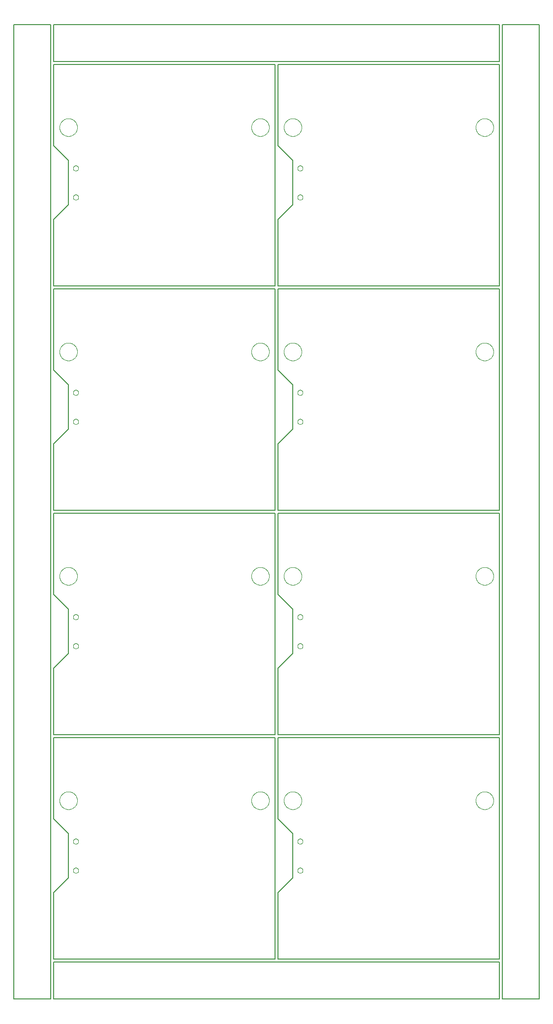
<source format=gko>
G75*
%MOIN*%
%OFA0B0*%
%FSLAX25Y25*%
%IPPOS*%
%LPD*%
%AMOC8*
5,1,8,0,0,1.08239X$1,22.5*
%
%ADD10C,0.00800*%
%ADD11C,0.00000*%
D10*
X0051333Y0234400D02*
X0051333Y0324400D01*
X0051333Y0314400D02*
X0051333Y0894400D01*
X0076333Y0894400D01*
X0076333Y0509400D01*
X0078333Y0508400D02*
X0088333Y0498400D01*
X0088333Y0468400D01*
X0078333Y0458400D01*
X0078333Y0413400D01*
X0228333Y0413400D01*
X0228333Y0563400D01*
X0078333Y0563400D01*
X0078333Y0508400D01*
X0076333Y0519400D02*
X0076333Y0234400D01*
X0051333Y0234400D01*
X0078333Y0234400D02*
X0078333Y0259400D01*
X0168333Y0259400D01*
X0158333Y0259400D02*
X0380333Y0259400D01*
X0380333Y0234400D01*
X0353333Y0234400D01*
X0363333Y0234400D02*
X0078333Y0234400D01*
X0078333Y0261400D02*
X0078333Y0306400D01*
X0088333Y0316400D01*
X0088333Y0346400D01*
X0078333Y0356400D01*
X0078333Y0411400D01*
X0228333Y0411400D01*
X0228333Y0261400D01*
X0078333Y0261400D01*
X0230333Y0261400D02*
X0230333Y0306400D01*
X0240333Y0316400D01*
X0240333Y0346400D01*
X0230333Y0356400D01*
X0230333Y0411400D01*
X0380333Y0411400D01*
X0380333Y0261400D01*
X0230333Y0261400D01*
X0230333Y0413400D02*
X0230333Y0458400D01*
X0240333Y0468400D01*
X0240333Y0498400D01*
X0230333Y0508400D01*
X0230333Y0563400D01*
X0380333Y0563400D01*
X0380333Y0413400D01*
X0230333Y0413400D01*
X0230333Y0565400D02*
X0230333Y0610400D01*
X0240333Y0620400D01*
X0240333Y0650400D01*
X0230333Y0660400D01*
X0230333Y0715400D01*
X0380333Y0715400D01*
X0380333Y0565400D01*
X0230333Y0565400D01*
X0228333Y0565400D02*
X0228333Y0715400D01*
X0078333Y0715400D01*
X0078333Y0660400D01*
X0088333Y0650400D01*
X0088333Y0620400D01*
X0078333Y0610400D01*
X0078333Y0565400D01*
X0228333Y0565400D01*
X0228333Y0717400D02*
X0228333Y0867400D01*
X0078333Y0867400D01*
X0078333Y0812400D01*
X0088333Y0802400D01*
X0088333Y0772400D01*
X0078333Y0762400D01*
X0078333Y0717400D01*
X0228333Y0717400D01*
X0230333Y0717400D02*
X0230333Y0762400D01*
X0240333Y0772400D01*
X0240333Y0802400D01*
X0230333Y0812400D01*
X0230333Y0867400D01*
X0380333Y0867400D01*
X0380333Y0717400D01*
X0230333Y0717400D01*
X0290333Y0869400D02*
X0380333Y0869400D01*
X0380333Y0894400D01*
X0095333Y0894400D01*
X0105333Y0894400D02*
X0078333Y0894400D01*
X0078333Y0869400D01*
X0300333Y0869400D01*
X0382333Y0894400D02*
X0407333Y0894400D01*
X0407333Y0804400D01*
X0407333Y0814400D02*
X0407333Y0234400D01*
X0382333Y0234400D01*
X0382333Y0619400D01*
X0382333Y0609400D02*
X0382333Y0894400D01*
D11*
X0364333Y0824900D02*
X0364335Y0825054D01*
X0364341Y0825209D01*
X0364351Y0825363D01*
X0364365Y0825517D01*
X0364383Y0825670D01*
X0364404Y0825823D01*
X0364430Y0825976D01*
X0364460Y0826127D01*
X0364493Y0826278D01*
X0364531Y0826428D01*
X0364572Y0826577D01*
X0364617Y0826725D01*
X0364666Y0826871D01*
X0364719Y0827017D01*
X0364775Y0827160D01*
X0364835Y0827303D01*
X0364899Y0827443D01*
X0364966Y0827583D01*
X0365037Y0827720D01*
X0365111Y0827855D01*
X0365189Y0827989D01*
X0365270Y0828120D01*
X0365355Y0828249D01*
X0365443Y0828377D01*
X0365534Y0828501D01*
X0365628Y0828624D01*
X0365726Y0828744D01*
X0365826Y0828861D01*
X0365930Y0828976D01*
X0366036Y0829088D01*
X0366145Y0829197D01*
X0366257Y0829303D01*
X0366372Y0829407D01*
X0366489Y0829507D01*
X0366609Y0829605D01*
X0366732Y0829699D01*
X0366856Y0829790D01*
X0366984Y0829878D01*
X0367113Y0829963D01*
X0367244Y0830044D01*
X0367378Y0830122D01*
X0367513Y0830196D01*
X0367650Y0830267D01*
X0367790Y0830334D01*
X0367930Y0830398D01*
X0368073Y0830458D01*
X0368216Y0830514D01*
X0368362Y0830567D01*
X0368508Y0830616D01*
X0368656Y0830661D01*
X0368805Y0830702D01*
X0368955Y0830740D01*
X0369106Y0830773D01*
X0369257Y0830803D01*
X0369410Y0830829D01*
X0369563Y0830850D01*
X0369716Y0830868D01*
X0369870Y0830882D01*
X0370024Y0830892D01*
X0370179Y0830898D01*
X0370333Y0830900D01*
X0370487Y0830898D01*
X0370642Y0830892D01*
X0370796Y0830882D01*
X0370950Y0830868D01*
X0371103Y0830850D01*
X0371256Y0830829D01*
X0371409Y0830803D01*
X0371560Y0830773D01*
X0371711Y0830740D01*
X0371861Y0830702D01*
X0372010Y0830661D01*
X0372158Y0830616D01*
X0372304Y0830567D01*
X0372450Y0830514D01*
X0372593Y0830458D01*
X0372736Y0830398D01*
X0372876Y0830334D01*
X0373016Y0830267D01*
X0373153Y0830196D01*
X0373288Y0830122D01*
X0373422Y0830044D01*
X0373553Y0829963D01*
X0373682Y0829878D01*
X0373810Y0829790D01*
X0373934Y0829699D01*
X0374057Y0829605D01*
X0374177Y0829507D01*
X0374294Y0829407D01*
X0374409Y0829303D01*
X0374521Y0829197D01*
X0374630Y0829088D01*
X0374736Y0828976D01*
X0374840Y0828861D01*
X0374940Y0828744D01*
X0375038Y0828624D01*
X0375132Y0828501D01*
X0375223Y0828377D01*
X0375311Y0828249D01*
X0375396Y0828120D01*
X0375477Y0827989D01*
X0375555Y0827855D01*
X0375629Y0827720D01*
X0375700Y0827583D01*
X0375767Y0827443D01*
X0375831Y0827303D01*
X0375891Y0827160D01*
X0375947Y0827017D01*
X0376000Y0826871D01*
X0376049Y0826725D01*
X0376094Y0826577D01*
X0376135Y0826428D01*
X0376173Y0826278D01*
X0376206Y0826127D01*
X0376236Y0825976D01*
X0376262Y0825823D01*
X0376283Y0825670D01*
X0376301Y0825517D01*
X0376315Y0825363D01*
X0376325Y0825209D01*
X0376331Y0825054D01*
X0376333Y0824900D01*
X0376331Y0824746D01*
X0376325Y0824591D01*
X0376315Y0824437D01*
X0376301Y0824283D01*
X0376283Y0824130D01*
X0376262Y0823977D01*
X0376236Y0823824D01*
X0376206Y0823673D01*
X0376173Y0823522D01*
X0376135Y0823372D01*
X0376094Y0823223D01*
X0376049Y0823075D01*
X0376000Y0822929D01*
X0375947Y0822783D01*
X0375891Y0822640D01*
X0375831Y0822497D01*
X0375767Y0822357D01*
X0375700Y0822217D01*
X0375629Y0822080D01*
X0375555Y0821945D01*
X0375477Y0821811D01*
X0375396Y0821680D01*
X0375311Y0821551D01*
X0375223Y0821423D01*
X0375132Y0821299D01*
X0375038Y0821176D01*
X0374940Y0821056D01*
X0374840Y0820939D01*
X0374736Y0820824D01*
X0374630Y0820712D01*
X0374521Y0820603D01*
X0374409Y0820497D01*
X0374294Y0820393D01*
X0374177Y0820293D01*
X0374057Y0820195D01*
X0373934Y0820101D01*
X0373810Y0820010D01*
X0373682Y0819922D01*
X0373553Y0819837D01*
X0373422Y0819756D01*
X0373288Y0819678D01*
X0373153Y0819604D01*
X0373016Y0819533D01*
X0372876Y0819466D01*
X0372736Y0819402D01*
X0372593Y0819342D01*
X0372450Y0819286D01*
X0372304Y0819233D01*
X0372158Y0819184D01*
X0372010Y0819139D01*
X0371861Y0819098D01*
X0371711Y0819060D01*
X0371560Y0819027D01*
X0371409Y0818997D01*
X0371256Y0818971D01*
X0371103Y0818950D01*
X0370950Y0818932D01*
X0370796Y0818918D01*
X0370642Y0818908D01*
X0370487Y0818902D01*
X0370333Y0818900D01*
X0370179Y0818902D01*
X0370024Y0818908D01*
X0369870Y0818918D01*
X0369716Y0818932D01*
X0369563Y0818950D01*
X0369410Y0818971D01*
X0369257Y0818997D01*
X0369106Y0819027D01*
X0368955Y0819060D01*
X0368805Y0819098D01*
X0368656Y0819139D01*
X0368508Y0819184D01*
X0368362Y0819233D01*
X0368216Y0819286D01*
X0368073Y0819342D01*
X0367930Y0819402D01*
X0367790Y0819466D01*
X0367650Y0819533D01*
X0367513Y0819604D01*
X0367378Y0819678D01*
X0367244Y0819756D01*
X0367113Y0819837D01*
X0366984Y0819922D01*
X0366856Y0820010D01*
X0366732Y0820101D01*
X0366609Y0820195D01*
X0366489Y0820293D01*
X0366372Y0820393D01*
X0366257Y0820497D01*
X0366145Y0820603D01*
X0366036Y0820712D01*
X0365930Y0820824D01*
X0365826Y0820939D01*
X0365726Y0821056D01*
X0365628Y0821176D01*
X0365534Y0821299D01*
X0365443Y0821423D01*
X0365355Y0821551D01*
X0365270Y0821680D01*
X0365189Y0821811D01*
X0365111Y0821945D01*
X0365037Y0822080D01*
X0364966Y0822217D01*
X0364899Y0822357D01*
X0364835Y0822497D01*
X0364775Y0822640D01*
X0364719Y0822783D01*
X0364666Y0822929D01*
X0364617Y0823075D01*
X0364572Y0823223D01*
X0364531Y0823372D01*
X0364493Y0823522D01*
X0364460Y0823673D01*
X0364430Y0823824D01*
X0364404Y0823977D01*
X0364383Y0824130D01*
X0364365Y0824283D01*
X0364351Y0824437D01*
X0364341Y0824591D01*
X0364335Y0824746D01*
X0364333Y0824900D01*
X0364333Y0672900D02*
X0364335Y0673054D01*
X0364341Y0673209D01*
X0364351Y0673363D01*
X0364365Y0673517D01*
X0364383Y0673670D01*
X0364404Y0673823D01*
X0364430Y0673976D01*
X0364460Y0674127D01*
X0364493Y0674278D01*
X0364531Y0674428D01*
X0364572Y0674577D01*
X0364617Y0674725D01*
X0364666Y0674871D01*
X0364719Y0675017D01*
X0364775Y0675160D01*
X0364835Y0675303D01*
X0364899Y0675443D01*
X0364966Y0675583D01*
X0365037Y0675720D01*
X0365111Y0675855D01*
X0365189Y0675989D01*
X0365270Y0676120D01*
X0365355Y0676249D01*
X0365443Y0676377D01*
X0365534Y0676501D01*
X0365628Y0676624D01*
X0365726Y0676744D01*
X0365826Y0676861D01*
X0365930Y0676976D01*
X0366036Y0677088D01*
X0366145Y0677197D01*
X0366257Y0677303D01*
X0366372Y0677407D01*
X0366489Y0677507D01*
X0366609Y0677605D01*
X0366732Y0677699D01*
X0366856Y0677790D01*
X0366984Y0677878D01*
X0367113Y0677963D01*
X0367244Y0678044D01*
X0367378Y0678122D01*
X0367513Y0678196D01*
X0367650Y0678267D01*
X0367790Y0678334D01*
X0367930Y0678398D01*
X0368073Y0678458D01*
X0368216Y0678514D01*
X0368362Y0678567D01*
X0368508Y0678616D01*
X0368656Y0678661D01*
X0368805Y0678702D01*
X0368955Y0678740D01*
X0369106Y0678773D01*
X0369257Y0678803D01*
X0369410Y0678829D01*
X0369563Y0678850D01*
X0369716Y0678868D01*
X0369870Y0678882D01*
X0370024Y0678892D01*
X0370179Y0678898D01*
X0370333Y0678900D01*
X0370487Y0678898D01*
X0370642Y0678892D01*
X0370796Y0678882D01*
X0370950Y0678868D01*
X0371103Y0678850D01*
X0371256Y0678829D01*
X0371409Y0678803D01*
X0371560Y0678773D01*
X0371711Y0678740D01*
X0371861Y0678702D01*
X0372010Y0678661D01*
X0372158Y0678616D01*
X0372304Y0678567D01*
X0372450Y0678514D01*
X0372593Y0678458D01*
X0372736Y0678398D01*
X0372876Y0678334D01*
X0373016Y0678267D01*
X0373153Y0678196D01*
X0373288Y0678122D01*
X0373422Y0678044D01*
X0373553Y0677963D01*
X0373682Y0677878D01*
X0373810Y0677790D01*
X0373934Y0677699D01*
X0374057Y0677605D01*
X0374177Y0677507D01*
X0374294Y0677407D01*
X0374409Y0677303D01*
X0374521Y0677197D01*
X0374630Y0677088D01*
X0374736Y0676976D01*
X0374840Y0676861D01*
X0374940Y0676744D01*
X0375038Y0676624D01*
X0375132Y0676501D01*
X0375223Y0676377D01*
X0375311Y0676249D01*
X0375396Y0676120D01*
X0375477Y0675989D01*
X0375555Y0675855D01*
X0375629Y0675720D01*
X0375700Y0675583D01*
X0375767Y0675443D01*
X0375831Y0675303D01*
X0375891Y0675160D01*
X0375947Y0675017D01*
X0376000Y0674871D01*
X0376049Y0674725D01*
X0376094Y0674577D01*
X0376135Y0674428D01*
X0376173Y0674278D01*
X0376206Y0674127D01*
X0376236Y0673976D01*
X0376262Y0673823D01*
X0376283Y0673670D01*
X0376301Y0673517D01*
X0376315Y0673363D01*
X0376325Y0673209D01*
X0376331Y0673054D01*
X0376333Y0672900D01*
X0376331Y0672746D01*
X0376325Y0672591D01*
X0376315Y0672437D01*
X0376301Y0672283D01*
X0376283Y0672130D01*
X0376262Y0671977D01*
X0376236Y0671824D01*
X0376206Y0671673D01*
X0376173Y0671522D01*
X0376135Y0671372D01*
X0376094Y0671223D01*
X0376049Y0671075D01*
X0376000Y0670929D01*
X0375947Y0670783D01*
X0375891Y0670640D01*
X0375831Y0670497D01*
X0375767Y0670357D01*
X0375700Y0670217D01*
X0375629Y0670080D01*
X0375555Y0669945D01*
X0375477Y0669811D01*
X0375396Y0669680D01*
X0375311Y0669551D01*
X0375223Y0669423D01*
X0375132Y0669299D01*
X0375038Y0669176D01*
X0374940Y0669056D01*
X0374840Y0668939D01*
X0374736Y0668824D01*
X0374630Y0668712D01*
X0374521Y0668603D01*
X0374409Y0668497D01*
X0374294Y0668393D01*
X0374177Y0668293D01*
X0374057Y0668195D01*
X0373934Y0668101D01*
X0373810Y0668010D01*
X0373682Y0667922D01*
X0373553Y0667837D01*
X0373422Y0667756D01*
X0373288Y0667678D01*
X0373153Y0667604D01*
X0373016Y0667533D01*
X0372876Y0667466D01*
X0372736Y0667402D01*
X0372593Y0667342D01*
X0372450Y0667286D01*
X0372304Y0667233D01*
X0372158Y0667184D01*
X0372010Y0667139D01*
X0371861Y0667098D01*
X0371711Y0667060D01*
X0371560Y0667027D01*
X0371409Y0666997D01*
X0371256Y0666971D01*
X0371103Y0666950D01*
X0370950Y0666932D01*
X0370796Y0666918D01*
X0370642Y0666908D01*
X0370487Y0666902D01*
X0370333Y0666900D01*
X0370179Y0666902D01*
X0370024Y0666908D01*
X0369870Y0666918D01*
X0369716Y0666932D01*
X0369563Y0666950D01*
X0369410Y0666971D01*
X0369257Y0666997D01*
X0369106Y0667027D01*
X0368955Y0667060D01*
X0368805Y0667098D01*
X0368656Y0667139D01*
X0368508Y0667184D01*
X0368362Y0667233D01*
X0368216Y0667286D01*
X0368073Y0667342D01*
X0367930Y0667402D01*
X0367790Y0667466D01*
X0367650Y0667533D01*
X0367513Y0667604D01*
X0367378Y0667678D01*
X0367244Y0667756D01*
X0367113Y0667837D01*
X0366984Y0667922D01*
X0366856Y0668010D01*
X0366732Y0668101D01*
X0366609Y0668195D01*
X0366489Y0668293D01*
X0366372Y0668393D01*
X0366257Y0668497D01*
X0366145Y0668603D01*
X0366036Y0668712D01*
X0365930Y0668824D01*
X0365826Y0668939D01*
X0365726Y0669056D01*
X0365628Y0669176D01*
X0365534Y0669299D01*
X0365443Y0669423D01*
X0365355Y0669551D01*
X0365270Y0669680D01*
X0365189Y0669811D01*
X0365111Y0669945D01*
X0365037Y0670080D01*
X0364966Y0670217D01*
X0364899Y0670357D01*
X0364835Y0670497D01*
X0364775Y0670640D01*
X0364719Y0670783D01*
X0364666Y0670929D01*
X0364617Y0671075D01*
X0364572Y0671223D01*
X0364531Y0671372D01*
X0364493Y0671522D01*
X0364460Y0671673D01*
X0364430Y0671824D01*
X0364404Y0671977D01*
X0364383Y0672130D01*
X0364365Y0672283D01*
X0364351Y0672437D01*
X0364341Y0672591D01*
X0364335Y0672746D01*
X0364333Y0672900D01*
X0364333Y0520900D02*
X0364335Y0521054D01*
X0364341Y0521209D01*
X0364351Y0521363D01*
X0364365Y0521517D01*
X0364383Y0521670D01*
X0364404Y0521823D01*
X0364430Y0521976D01*
X0364460Y0522127D01*
X0364493Y0522278D01*
X0364531Y0522428D01*
X0364572Y0522577D01*
X0364617Y0522725D01*
X0364666Y0522871D01*
X0364719Y0523017D01*
X0364775Y0523160D01*
X0364835Y0523303D01*
X0364899Y0523443D01*
X0364966Y0523583D01*
X0365037Y0523720D01*
X0365111Y0523855D01*
X0365189Y0523989D01*
X0365270Y0524120D01*
X0365355Y0524249D01*
X0365443Y0524377D01*
X0365534Y0524501D01*
X0365628Y0524624D01*
X0365726Y0524744D01*
X0365826Y0524861D01*
X0365930Y0524976D01*
X0366036Y0525088D01*
X0366145Y0525197D01*
X0366257Y0525303D01*
X0366372Y0525407D01*
X0366489Y0525507D01*
X0366609Y0525605D01*
X0366732Y0525699D01*
X0366856Y0525790D01*
X0366984Y0525878D01*
X0367113Y0525963D01*
X0367244Y0526044D01*
X0367378Y0526122D01*
X0367513Y0526196D01*
X0367650Y0526267D01*
X0367790Y0526334D01*
X0367930Y0526398D01*
X0368073Y0526458D01*
X0368216Y0526514D01*
X0368362Y0526567D01*
X0368508Y0526616D01*
X0368656Y0526661D01*
X0368805Y0526702D01*
X0368955Y0526740D01*
X0369106Y0526773D01*
X0369257Y0526803D01*
X0369410Y0526829D01*
X0369563Y0526850D01*
X0369716Y0526868D01*
X0369870Y0526882D01*
X0370024Y0526892D01*
X0370179Y0526898D01*
X0370333Y0526900D01*
X0370487Y0526898D01*
X0370642Y0526892D01*
X0370796Y0526882D01*
X0370950Y0526868D01*
X0371103Y0526850D01*
X0371256Y0526829D01*
X0371409Y0526803D01*
X0371560Y0526773D01*
X0371711Y0526740D01*
X0371861Y0526702D01*
X0372010Y0526661D01*
X0372158Y0526616D01*
X0372304Y0526567D01*
X0372450Y0526514D01*
X0372593Y0526458D01*
X0372736Y0526398D01*
X0372876Y0526334D01*
X0373016Y0526267D01*
X0373153Y0526196D01*
X0373288Y0526122D01*
X0373422Y0526044D01*
X0373553Y0525963D01*
X0373682Y0525878D01*
X0373810Y0525790D01*
X0373934Y0525699D01*
X0374057Y0525605D01*
X0374177Y0525507D01*
X0374294Y0525407D01*
X0374409Y0525303D01*
X0374521Y0525197D01*
X0374630Y0525088D01*
X0374736Y0524976D01*
X0374840Y0524861D01*
X0374940Y0524744D01*
X0375038Y0524624D01*
X0375132Y0524501D01*
X0375223Y0524377D01*
X0375311Y0524249D01*
X0375396Y0524120D01*
X0375477Y0523989D01*
X0375555Y0523855D01*
X0375629Y0523720D01*
X0375700Y0523583D01*
X0375767Y0523443D01*
X0375831Y0523303D01*
X0375891Y0523160D01*
X0375947Y0523017D01*
X0376000Y0522871D01*
X0376049Y0522725D01*
X0376094Y0522577D01*
X0376135Y0522428D01*
X0376173Y0522278D01*
X0376206Y0522127D01*
X0376236Y0521976D01*
X0376262Y0521823D01*
X0376283Y0521670D01*
X0376301Y0521517D01*
X0376315Y0521363D01*
X0376325Y0521209D01*
X0376331Y0521054D01*
X0376333Y0520900D01*
X0376331Y0520746D01*
X0376325Y0520591D01*
X0376315Y0520437D01*
X0376301Y0520283D01*
X0376283Y0520130D01*
X0376262Y0519977D01*
X0376236Y0519824D01*
X0376206Y0519673D01*
X0376173Y0519522D01*
X0376135Y0519372D01*
X0376094Y0519223D01*
X0376049Y0519075D01*
X0376000Y0518929D01*
X0375947Y0518783D01*
X0375891Y0518640D01*
X0375831Y0518497D01*
X0375767Y0518357D01*
X0375700Y0518217D01*
X0375629Y0518080D01*
X0375555Y0517945D01*
X0375477Y0517811D01*
X0375396Y0517680D01*
X0375311Y0517551D01*
X0375223Y0517423D01*
X0375132Y0517299D01*
X0375038Y0517176D01*
X0374940Y0517056D01*
X0374840Y0516939D01*
X0374736Y0516824D01*
X0374630Y0516712D01*
X0374521Y0516603D01*
X0374409Y0516497D01*
X0374294Y0516393D01*
X0374177Y0516293D01*
X0374057Y0516195D01*
X0373934Y0516101D01*
X0373810Y0516010D01*
X0373682Y0515922D01*
X0373553Y0515837D01*
X0373422Y0515756D01*
X0373288Y0515678D01*
X0373153Y0515604D01*
X0373016Y0515533D01*
X0372876Y0515466D01*
X0372736Y0515402D01*
X0372593Y0515342D01*
X0372450Y0515286D01*
X0372304Y0515233D01*
X0372158Y0515184D01*
X0372010Y0515139D01*
X0371861Y0515098D01*
X0371711Y0515060D01*
X0371560Y0515027D01*
X0371409Y0514997D01*
X0371256Y0514971D01*
X0371103Y0514950D01*
X0370950Y0514932D01*
X0370796Y0514918D01*
X0370642Y0514908D01*
X0370487Y0514902D01*
X0370333Y0514900D01*
X0370179Y0514902D01*
X0370024Y0514908D01*
X0369870Y0514918D01*
X0369716Y0514932D01*
X0369563Y0514950D01*
X0369410Y0514971D01*
X0369257Y0514997D01*
X0369106Y0515027D01*
X0368955Y0515060D01*
X0368805Y0515098D01*
X0368656Y0515139D01*
X0368508Y0515184D01*
X0368362Y0515233D01*
X0368216Y0515286D01*
X0368073Y0515342D01*
X0367930Y0515402D01*
X0367790Y0515466D01*
X0367650Y0515533D01*
X0367513Y0515604D01*
X0367378Y0515678D01*
X0367244Y0515756D01*
X0367113Y0515837D01*
X0366984Y0515922D01*
X0366856Y0516010D01*
X0366732Y0516101D01*
X0366609Y0516195D01*
X0366489Y0516293D01*
X0366372Y0516393D01*
X0366257Y0516497D01*
X0366145Y0516603D01*
X0366036Y0516712D01*
X0365930Y0516824D01*
X0365826Y0516939D01*
X0365726Y0517056D01*
X0365628Y0517176D01*
X0365534Y0517299D01*
X0365443Y0517423D01*
X0365355Y0517551D01*
X0365270Y0517680D01*
X0365189Y0517811D01*
X0365111Y0517945D01*
X0365037Y0518080D01*
X0364966Y0518217D01*
X0364899Y0518357D01*
X0364835Y0518497D01*
X0364775Y0518640D01*
X0364719Y0518783D01*
X0364666Y0518929D01*
X0364617Y0519075D01*
X0364572Y0519223D01*
X0364531Y0519372D01*
X0364493Y0519522D01*
X0364460Y0519673D01*
X0364430Y0519824D01*
X0364404Y0519977D01*
X0364383Y0520130D01*
X0364365Y0520283D01*
X0364351Y0520437D01*
X0364341Y0520591D01*
X0364335Y0520746D01*
X0364333Y0520900D01*
X0364333Y0368900D02*
X0364335Y0369054D01*
X0364341Y0369209D01*
X0364351Y0369363D01*
X0364365Y0369517D01*
X0364383Y0369670D01*
X0364404Y0369823D01*
X0364430Y0369976D01*
X0364460Y0370127D01*
X0364493Y0370278D01*
X0364531Y0370428D01*
X0364572Y0370577D01*
X0364617Y0370725D01*
X0364666Y0370871D01*
X0364719Y0371017D01*
X0364775Y0371160D01*
X0364835Y0371303D01*
X0364899Y0371443D01*
X0364966Y0371583D01*
X0365037Y0371720D01*
X0365111Y0371855D01*
X0365189Y0371989D01*
X0365270Y0372120D01*
X0365355Y0372249D01*
X0365443Y0372377D01*
X0365534Y0372501D01*
X0365628Y0372624D01*
X0365726Y0372744D01*
X0365826Y0372861D01*
X0365930Y0372976D01*
X0366036Y0373088D01*
X0366145Y0373197D01*
X0366257Y0373303D01*
X0366372Y0373407D01*
X0366489Y0373507D01*
X0366609Y0373605D01*
X0366732Y0373699D01*
X0366856Y0373790D01*
X0366984Y0373878D01*
X0367113Y0373963D01*
X0367244Y0374044D01*
X0367378Y0374122D01*
X0367513Y0374196D01*
X0367650Y0374267D01*
X0367790Y0374334D01*
X0367930Y0374398D01*
X0368073Y0374458D01*
X0368216Y0374514D01*
X0368362Y0374567D01*
X0368508Y0374616D01*
X0368656Y0374661D01*
X0368805Y0374702D01*
X0368955Y0374740D01*
X0369106Y0374773D01*
X0369257Y0374803D01*
X0369410Y0374829D01*
X0369563Y0374850D01*
X0369716Y0374868D01*
X0369870Y0374882D01*
X0370024Y0374892D01*
X0370179Y0374898D01*
X0370333Y0374900D01*
X0370487Y0374898D01*
X0370642Y0374892D01*
X0370796Y0374882D01*
X0370950Y0374868D01*
X0371103Y0374850D01*
X0371256Y0374829D01*
X0371409Y0374803D01*
X0371560Y0374773D01*
X0371711Y0374740D01*
X0371861Y0374702D01*
X0372010Y0374661D01*
X0372158Y0374616D01*
X0372304Y0374567D01*
X0372450Y0374514D01*
X0372593Y0374458D01*
X0372736Y0374398D01*
X0372876Y0374334D01*
X0373016Y0374267D01*
X0373153Y0374196D01*
X0373288Y0374122D01*
X0373422Y0374044D01*
X0373553Y0373963D01*
X0373682Y0373878D01*
X0373810Y0373790D01*
X0373934Y0373699D01*
X0374057Y0373605D01*
X0374177Y0373507D01*
X0374294Y0373407D01*
X0374409Y0373303D01*
X0374521Y0373197D01*
X0374630Y0373088D01*
X0374736Y0372976D01*
X0374840Y0372861D01*
X0374940Y0372744D01*
X0375038Y0372624D01*
X0375132Y0372501D01*
X0375223Y0372377D01*
X0375311Y0372249D01*
X0375396Y0372120D01*
X0375477Y0371989D01*
X0375555Y0371855D01*
X0375629Y0371720D01*
X0375700Y0371583D01*
X0375767Y0371443D01*
X0375831Y0371303D01*
X0375891Y0371160D01*
X0375947Y0371017D01*
X0376000Y0370871D01*
X0376049Y0370725D01*
X0376094Y0370577D01*
X0376135Y0370428D01*
X0376173Y0370278D01*
X0376206Y0370127D01*
X0376236Y0369976D01*
X0376262Y0369823D01*
X0376283Y0369670D01*
X0376301Y0369517D01*
X0376315Y0369363D01*
X0376325Y0369209D01*
X0376331Y0369054D01*
X0376333Y0368900D01*
X0376331Y0368746D01*
X0376325Y0368591D01*
X0376315Y0368437D01*
X0376301Y0368283D01*
X0376283Y0368130D01*
X0376262Y0367977D01*
X0376236Y0367824D01*
X0376206Y0367673D01*
X0376173Y0367522D01*
X0376135Y0367372D01*
X0376094Y0367223D01*
X0376049Y0367075D01*
X0376000Y0366929D01*
X0375947Y0366783D01*
X0375891Y0366640D01*
X0375831Y0366497D01*
X0375767Y0366357D01*
X0375700Y0366217D01*
X0375629Y0366080D01*
X0375555Y0365945D01*
X0375477Y0365811D01*
X0375396Y0365680D01*
X0375311Y0365551D01*
X0375223Y0365423D01*
X0375132Y0365299D01*
X0375038Y0365176D01*
X0374940Y0365056D01*
X0374840Y0364939D01*
X0374736Y0364824D01*
X0374630Y0364712D01*
X0374521Y0364603D01*
X0374409Y0364497D01*
X0374294Y0364393D01*
X0374177Y0364293D01*
X0374057Y0364195D01*
X0373934Y0364101D01*
X0373810Y0364010D01*
X0373682Y0363922D01*
X0373553Y0363837D01*
X0373422Y0363756D01*
X0373288Y0363678D01*
X0373153Y0363604D01*
X0373016Y0363533D01*
X0372876Y0363466D01*
X0372736Y0363402D01*
X0372593Y0363342D01*
X0372450Y0363286D01*
X0372304Y0363233D01*
X0372158Y0363184D01*
X0372010Y0363139D01*
X0371861Y0363098D01*
X0371711Y0363060D01*
X0371560Y0363027D01*
X0371409Y0362997D01*
X0371256Y0362971D01*
X0371103Y0362950D01*
X0370950Y0362932D01*
X0370796Y0362918D01*
X0370642Y0362908D01*
X0370487Y0362902D01*
X0370333Y0362900D01*
X0370179Y0362902D01*
X0370024Y0362908D01*
X0369870Y0362918D01*
X0369716Y0362932D01*
X0369563Y0362950D01*
X0369410Y0362971D01*
X0369257Y0362997D01*
X0369106Y0363027D01*
X0368955Y0363060D01*
X0368805Y0363098D01*
X0368656Y0363139D01*
X0368508Y0363184D01*
X0368362Y0363233D01*
X0368216Y0363286D01*
X0368073Y0363342D01*
X0367930Y0363402D01*
X0367790Y0363466D01*
X0367650Y0363533D01*
X0367513Y0363604D01*
X0367378Y0363678D01*
X0367244Y0363756D01*
X0367113Y0363837D01*
X0366984Y0363922D01*
X0366856Y0364010D01*
X0366732Y0364101D01*
X0366609Y0364195D01*
X0366489Y0364293D01*
X0366372Y0364393D01*
X0366257Y0364497D01*
X0366145Y0364603D01*
X0366036Y0364712D01*
X0365930Y0364824D01*
X0365826Y0364939D01*
X0365726Y0365056D01*
X0365628Y0365176D01*
X0365534Y0365299D01*
X0365443Y0365423D01*
X0365355Y0365551D01*
X0365270Y0365680D01*
X0365189Y0365811D01*
X0365111Y0365945D01*
X0365037Y0366080D01*
X0364966Y0366217D01*
X0364899Y0366357D01*
X0364835Y0366497D01*
X0364775Y0366640D01*
X0364719Y0366783D01*
X0364666Y0366929D01*
X0364617Y0367075D01*
X0364572Y0367223D01*
X0364531Y0367372D01*
X0364493Y0367522D01*
X0364460Y0367673D01*
X0364430Y0367824D01*
X0364404Y0367977D01*
X0364383Y0368130D01*
X0364365Y0368283D01*
X0364351Y0368437D01*
X0364341Y0368591D01*
X0364335Y0368746D01*
X0364333Y0368900D01*
X0243561Y0341243D02*
X0243563Y0341327D01*
X0243569Y0341410D01*
X0243579Y0341493D01*
X0243593Y0341576D01*
X0243610Y0341658D01*
X0243632Y0341739D01*
X0243657Y0341818D01*
X0243686Y0341897D01*
X0243719Y0341974D01*
X0243755Y0342049D01*
X0243795Y0342123D01*
X0243838Y0342195D01*
X0243885Y0342264D01*
X0243935Y0342331D01*
X0243988Y0342396D01*
X0244044Y0342458D01*
X0244102Y0342518D01*
X0244164Y0342575D01*
X0244228Y0342628D01*
X0244295Y0342679D01*
X0244364Y0342726D01*
X0244435Y0342771D01*
X0244508Y0342811D01*
X0244583Y0342848D01*
X0244660Y0342882D01*
X0244738Y0342912D01*
X0244817Y0342938D01*
X0244898Y0342961D01*
X0244980Y0342979D01*
X0245062Y0342994D01*
X0245145Y0343005D01*
X0245228Y0343012D01*
X0245312Y0343015D01*
X0245396Y0343014D01*
X0245479Y0343009D01*
X0245563Y0343000D01*
X0245645Y0342987D01*
X0245727Y0342971D01*
X0245808Y0342950D01*
X0245889Y0342926D01*
X0245967Y0342898D01*
X0246045Y0342866D01*
X0246121Y0342830D01*
X0246195Y0342791D01*
X0246267Y0342749D01*
X0246337Y0342703D01*
X0246405Y0342654D01*
X0246470Y0342602D01*
X0246533Y0342547D01*
X0246593Y0342489D01*
X0246651Y0342428D01*
X0246705Y0342364D01*
X0246757Y0342298D01*
X0246805Y0342230D01*
X0246850Y0342159D01*
X0246891Y0342086D01*
X0246930Y0342012D01*
X0246964Y0341936D01*
X0246995Y0341858D01*
X0247022Y0341779D01*
X0247046Y0341698D01*
X0247065Y0341617D01*
X0247081Y0341535D01*
X0247093Y0341452D01*
X0247101Y0341368D01*
X0247105Y0341285D01*
X0247105Y0341201D01*
X0247101Y0341118D01*
X0247093Y0341034D01*
X0247081Y0340951D01*
X0247065Y0340869D01*
X0247046Y0340788D01*
X0247022Y0340707D01*
X0246995Y0340628D01*
X0246964Y0340550D01*
X0246930Y0340474D01*
X0246891Y0340400D01*
X0246850Y0340327D01*
X0246805Y0340256D01*
X0246757Y0340188D01*
X0246705Y0340122D01*
X0246651Y0340058D01*
X0246593Y0339997D01*
X0246533Y0339939D01*
X0246470Y0339884D01*
X0246405Y0339832D01*
X0246337Y0339783D01*
X0246267Y0339737D01*
X0246195Y0339695D01*
X0246121Y0339656D01*
X0246045Y0339620D01*
X0245967Y0339588D01*
X0245889Y0339560D01*
X0245808Y0339536D01*
X0245727Y0339515D01*
X0245645Y0339499D01*
X0245563Y0339486D01*
X0245479Y0339477D01*
X0245396Y0339472D01*
X0245312Y0339471D01*
X0245228Y0339474D01*
X0245145Y0339481D01*
X0245062Y0339492D01*
X0244980Y0339507D01*
X0244898Y0339525D01*
X0244817Y0339548D01*
X0244738Y0339574D01*
X0244660Y0339604D01*
X0244583Y0339638D01*
X0244508Y0339675D01*
X0244435Y0339715D01*
X0244364Y0339760D01*
X0244295Y0339807D01*
X0244228Y0339858D01*
X0244164Y0339911D01*
X0244102Y0339968D01*
X0244044Y0340028D01*
X0243988Y0340090D01*
X0243935Y0340155D01*
X0243885Y0340222D01*
X0243838Y0340291D01*
X0243795Y0340363D01*
X0243755Y0340437D01*
X0243719Y0340512D01*
X0243686Y0340589D01*
X0243657Y0340668D01*
X0243632Y0340747D01*
X0243610Y0340828D01*
X0243593Y0340910D01*
X0243579Y0340993D01*
X0243569Y0341076D01*
X0243563Y0341159D01*
X0243561Y0341243D01*
X0243561Y0321557D02*
X0243563Y0321641D01*
X0243569Y0321724D01*
X0243579Y0321807D01*
X0243593Y0321890D01*
X0243610Y0321972D01*
X0243632Y0322053D01*
X0243657Y0322132D01*
X0243686Y0322211D01*
X0243719Y0322288D01*
X0243755Y0322363D01*
X0243795Y0322437D01*
X0243838Y0322509D01*
X0243885Y0322578D01*
X0243935Y0322645D01*
X0243988Y0322710D01*
X0244044Y0322772D01*
X0244102Y0322832D01*
X0244164Y0322889D01*
X0244228Y0322942D01*
X0244295Y0322993D01*
X0244364Y0323040D01*
X0244435Y0323085D01*
X0244508Y0323125D01*
X0244583Y0323162D01*
X0244660Y0323196D01*
X0244738Y0323226D01*
X0244817Y0323252D01*
X0244898Y0323275D01*
X0244980Y0323293D01*
X0245062Y0323308D01*
X0245145Y0323319D01*
X0245228Y0323326D01*
X0245312Y0323329D01*
X0245396Y0323328D01*
X0245479Y0323323D01*
X0245563Y0323314D01*
X0245645Y0323301D01*
X0245727Y0323285D01*
X0245808Y0323264D01*
X0245889Y0323240D01*
X0245967Y0323212D01*
X0246045Y0323180D01*
X0246121Y0323144D01*
X0246195Y0323105D01*
X0246267Y0323063D01*
X0246337Y0323017D01*
X0246405Y0322968D01*
X0246470Y0322916D01*
X0246533Y0322861D01*
X0246593Y0322803D01*
X0246651Y0322742D01*
X0246705Y0322678D01*
X0246757Y0322612D01*
X0246805Y0322544D01*
X0246850Y0322473D01*
X0246891Y0322400D01*
X0246930Y0322326D01*
X0246964Y0322250D01*
X0246995Y0322172D01*
X0247022Y0322093D01*
X0247046Y0322012D01*
X0247065Y0321931D01*
X0247081Y0321849D01*
X0247093Y0321766D01*
X0247101Y0321682D01*
X0247105Y0321599D01*
X0247105Y0321515D01*
X0247101Y0321432D01*
X0247093Y0321348D01*
X0247081Y0321265D01*
X0247065Y0321183D01*
X0247046Y0321102D01*
X0247022Y0321021D01*
X0246995Y0320942D01*
X0246964Y0320864D01*
X0246930Y0320788D01*
X0246891Y0320714D01*
X0246850Y0320641D01*
X0246805Y0320570D01*
X0246757Y0320502D01*
X0246705Y0320436D01*
X0246651Y0320372D01*
X0246593Y0320311D01*
X0246533Y0320253D01*
X0246470Y0320198D01*
X0246405Y0320146D01*
X0246337Y0320097D01*
X0246267Y0320051D01*
X0246195Y0320009D01*
X0246121Y0319970D01*
X0246045Y0319934D01*
X0245967Y0319902D01*
X0245889Y0319874D01*
X0245808Y0319850D01*
X0245727Y0319829D01*
X0245645Y0319813D01*
X0245563Y0319800D01*
X0245479Y0319791D01*
X0245396Y0319786D01*
X0245312Y0319785D01*
X0245228Y0319788D01*
X0245145Y0319795D01*
X0245062Y0319806D01*
X0244980Y0319821D01*
X0244898Y0319839D01*
X0244817Y0319862D01*
X0244738Y0319888D01*
X0244660Y0319918D01*
X0244583Y0319952D01*
X0244508Y0319989D01*
X0244435Y0320029D01*
X0244364Y0320074D01*
X0244295Y0320121D01*
X0244228Y0320172D01*
X0244164Y0320225D01*
X0244102Y0320282D01*
X0244044Y0320342D01*
X0243988Y0320404D01*
X0243935Y0320469D01*
X0243885Y0320536D01*
X0243838Y0320605D01*
X0243795Y0320677D01*
X0243755Y0320751D01*
X0243719Y0320826D01*
X0243686Y0320903D01*
X0243657Y0320982D01*
X0243632Y0321061D01*
X0243610Y0321142D01*
X0243593Y0321224D01*
X0243579Y0321307D01*
X0243569Y0321390D01*
X0243563Y0321473D01*
X0243561Y0321557D01*
X0234333Y0368900D02*
X0234335Y0369054D01*
X0234341Y0369209D01*
X0234351Y0369363D01*
X0234365Y0369517D01*
X0234383Y0369670D01*
X0234404Y0369823D01*
X0234430Y0369976D01*
X0234460Y0370127D01*
X0234493Y0370278D01*
X0234531Y0370428D01*
X0234572Y0370577D01*
X0234617Y0370725D01*
X0234666Y0370871D01*
X0234719Y0371017D01*
X0234775Y0371160D01*
X0234835Y0371303D01*
X0234899Y0371443D01*
X0234966Y0371583D01*
X0235037Y0371720D01*
X0235111Y0371855D01*
X0235189Y0371989D01*
X0235270Y0372120D01*
X0235355Y0372249D01*
X0235443Y0372377D01*
X0235534Y0372501D01*
X0235628Y0372624D01*
X0235726Y0372744D01*
X0235826Y0372861D01*
X0235930Y0372976D01*
X0236036Y0373088D01*
X0236145Y0373197D01*
X0236257Y0373303D01*
X0236372Y0373407D01*
X0236489Y0373507D01*
X0236609Y0373605D01*
X0236732Y0373699D01*
X0236856Y0373790D01*
X0236984Y0373878D01*
X0237113Y0373963D01*
X0237244Y0374044D01*
X0237378Y0374122D01*
X0237513Y0374196D01*
X0237650Y0374267D01*
X0237790Y0374334D01*
X0237930Y0374398D01*
X0238073Y0374458D01*
X0238216Y0374514D01*
X0238362Y0374567D01*
X0238508Y0374616D01*
X0238656Y0374661D01*
X0238805Y0374702D01*
X0238955Y0374740D01*
X0239106Y0374773D01*
X0239257Y0374803D01*
X0239410Y0374829D01*
X0239563Y0374850D01*
X0239716Y0374868D01*
X0239870Y0374882D01*
X0240024Y0374892D01*
X0240179Y0374898D01*
X0240333Y0374900D01*
X0240487Y0374898D01*
X0240642Y0374892D01*
X0240796Y0374882D01*
X0240950Y0374868D01*
X0241103Y0374850D01*
X0241256Y0374829D01*
X0241409Y0374803D01*
X0241560Y0374773D01*
X0241711Y0374740D01*
X0241861Y0374702D01*
X0242010Y0374661D01*
X0242158Y0374616D01*
X0242304Y0374567D01*
X0242450Y0374514D01*
X0242593Y0374458D01*
X0242736Y0374398D01*
X0242876Y0374334D01*
X0243016Y0374267D01*
X0243153Y0374196D01*
X0243288Y0374122D01*
X0243422Y0374044D01*
X0243553Y0373963D01*
X0243682Y0373878D01*
X0243810Y0373790D01*
X0243934Y0373699D01*
X0244057Y0373605D01*
X0244177Y0373507D01*
X0244294Y0373407D01*
X0244409Y0373303D01*
X0244521Y0373197D01*
X0244630Y0373088D01*
X0244736Y0372976D01*
X0244840Y0372861D01*
X0244940Y0372744D01*
X0245038Y0372624D01*
X0245132Y0372501D01*
X0245223Y0372377D01*
X0245311Y0372249D01*
X0245396Y0372120D01*
X0245477Y0371989D01*
X0245555Y0371855D01*
X0245629Y0371720D01*
X0245700Y0371583D01*
X0245767Y0371443D01*
X0245831Y0371303D01*
X0245891Y0371160D01*
X0245947Y0371017D01*
X0246000Y0370871D01*
X0246049Y0370725D01*
X0246094Y0370577D01*
X0246135Y0370428D01*
X0246173Y0370278D01*
X0246206Y0370127D01*
X0246236Y0369976D01*
X0246262Y0369823D01*
X0246283Y0369670D01*
X0246301Y0369517D01*
X0246315Y0369363D01*
X0246325Y0369209D01*
X0246331Y0369054D01*
X0246333Y0368900D01*
X0246331Y0368746D01*
X0246325Y0368591D01*
X0246315Y0368437D01*
X0246301Y0368283D01*
X0246283Y0368130D01*
X0246262Y0367977D01*
X0246236Y0367824D01*
X0246206Y0367673D01*
X0246173Y0367522D01*
X0246135Y0367372D01*
X0246094Y0367223D01*
X0246049Y0367075D01*
X0246000Y0366929D01*
X0245947Y0366783D01*
X0245891Y0366640D01*
X0245831Y0366497D01*
X0245767Y0366357D01*
X0245700Y0366217D01*
X0245629Y0366080D01*
X0245555Y0365945D01*
X0245477Y0365811D01*
X0245396Y0365680D01*
X0245311Y0365551D01*
X0245223Y0365423D01*
X0245132Y0365299D01*
X0245038Y0365176D01*
X0244940Y0365056D01*
X0244840Y0364939D01*
X0244736Y0364824D01*
X0244630Y0364712D01*
X0244521Y0364603D01*
X0244409Y0364497D01*
X0244294Y0364393D01*
X0244177Y0364293D01*
X0244057Y0364195D01*
X0243934Y0364101D01*
X0243810Y0364010D01*
X0243682Y0363922D01*
X0243553Y0363837D01*
X0243422Y0363756D01*
X0243288Y0363678D01*
X0243153Y0363604D01*
X0243016Y0363533D01*
X0242876Y0363466D01*
X0242736Y0363402D01*
X0242593Y0363342D01*
X0242450Y0363286D01*
X0242304Y0363233D01*
X0242158Y0363184D01*
X0242010Y0363139D01*
X0241861Y0363098D01*
X0241711Y0363060D01*
X0241560Y0363027D01*
X0241409Y0362997D01*
X0241256Y0362971D01*
X0241103Y0362950D01*
X0240950Y0362932D01*
X0240796Y0362918D01*
X0240642Y0362908D01*
X0240487Y0362902D01*
X0240333Y0362900D01*
X0240179Y0362902D01*
X0240024Y0362908D01*
X0239870Y0362918D01*
X0239716Y0362932D01*
X0239563Y0362950D01*
X0239410Y0362971D01*
X0239257Y0362997D01*
X0239106Y0363027D01*
X0238955Y0363060D01*
X0238805Y0363098D01*
X0238656Y0363139D01*
X0238508Y0363184D01*
X0238362Y0363233D01*
X0238216Y0363286D01*
X0238073Y0363342D01*
X0237930Y0363402D01*
X0237790Y0363466D01*
X0237650Y0363533D01*
X0237513Y0363604D01*
X0237378Y0363678D01*
X0237244Y0363756D01*
X0237113Y0363837D01*
X0236984Y0363922D01*
X0236856Y0364010D01*
X0236732Y0364101D01*
X0236609Y0364195D01*
X0236489Y0364293D01*
X0236372Y0364393D01*
X0236257Y0364497D01*
X0236145Y0364603D01*
X0236036Y0364712D01*
X0235930Y0364824D01*
X0235826Y0364939D01*
X0235726Y0365056D01*
X0235628Y0365176D01*
X0235534Y0365299D01*
X0235443Y0365423D01*
X0235355Y0365551D01*
X0235270Y0365680D01*
X0235189Y0365811D01*
X0235111Y0365945D01*
X0235037Y0366080D01*
X0234966Y0366217D01*
X0234899Y0366357D01*
X0234835Y0366497D01*
X0234775Y0366640D01*
X0234719Y0366783D01*
X0234666Y0366929D01*
X0234617Y0367075D01*
X0234572Y0367223D01*
X0234531Y0367372D01*
X0234493Y0367522D01*
X0234460Y0367673D01*
X0234430Y0367824D01*
X0234404Y0367977D01*
X0234383Y0368130D01*
X0234365Y0368283D01*
X0234351Y0368437D01*
X0234341Y0368591D01*
X0234335Y0368746D01*
X0234333Y0368900D01*
X0212333Y0368900D02*
X0212335Y0369054D01*
X0212341Y0369209D01*
X0212351Y0369363D01*
X0212365Y0369517D01*
X0212383Y0369670D01*
X0212404Y0369823D01*
X0212430Y0369976D01*
X0212460Y0370127D01*
X0212493Y0370278D01*
X0212531Y0370428D01*
X0212572Y0370577D01*
X0212617Y0370725D01*
X0212666Y0370871D01*
X0212719Y0371017D01*
X0212775Y0371160D01*
X0212835Y0371303D01*
X0212899Y0371443D01*
X0212966Y0371583D01*
X0213037Y0371720D01*
X0213111Y0371855D01*
X0213189Y0371989D01*
X0213270Y0372120D01*
X0213355Y0372249D01*
X0213443Y0372377D01*
X0213534Y0372501D01*
X0213628Y0372624D01*
X0213726Y0372744D01*
X0213826Y0372861D01*
X0213930Y0372976D01*
X0214036Y0373088D01*
X0214145Y0373197D01*
X0214257Y0373303D01*
X0214372Y0373407D01*
X0214489Y0373507D01*
X0214609Y0373605D01*
X0214732Y0373699D01*
X0214856Y0373790D01*
X0214984Y0373878D01*
X0215113Y0373963D01*
X0215244Y0374044D01*
X0215378Y0374122D01*
X0215513Y0374196D01*
X0215650Y0374267D01*
X0215790Y0374334D01*
X0215930Y0374398D01*
X0216073Y0374458D01*
X0216216Y0374514D01*
X0216362Y0374567D01*
X0216508Y0374616D01*
X0216656Y0374661D01*
X0216805Y0374702D01*
X0216955Y0374740D01*
X0217106Y0374773D01*
X0217257Y0374803D01*
X0217410Y0374829D01*
X0217563Y0374850D01*
X0217716Y0374868D01*
X0217870Y0374882D01*
X0218024Y0374892D01*
X0218179Y0374898D01*
X0218333Y0374900D01*
X0218487Y0374898D01*
X0218642Y0374892D01*
X0218796Y0374882D01*
X0218950Y0374868D01*
X0219103Y0374850D01*
X0219256Y0374829D01*
X0219409Y0374803D01*
X0219560Y0374773D01*
X0219711Y0374740D01*
X0219861Y0374702D01*
X0220010Y0374661D01*
X0220158Y0374616D01*
X0220304Y0374567D01*
X0220450Y0374514D01*
X0220593Y0374458D01*
X0220736Y0374398D01*
X0220876Y0374334D01*
X0221016Y0374267D01*
X0221153Y0374196D01*
X0221288Y0374122D01*
X0221422Y0374044D01*
X0221553Y0373963D01*
X0221682Y0373878D01*
X0221810Y0373790D01*
X0221934Y0373699D01*
X0222057Y0373605D01*
X0222177Y0373507D01*
X0222294Y0373407D01*
X0222409Y0373303D01*
X0222521Y0373197D01*
X0222630Y0373088D01*
X0222736Y0372976D01*
X0222840Y0372861D01*
X0222940Y0372744D01*
X0223038Y0372624D01*
X0223132Y0372501D01*
X0223223Y0372377D01*
X0223311Y0372249D01*
X0223396Y0372120D01*
X0223477Y0371989D01*
X0223555Y0371855D01*
X0223629Y0371720D01*
X0223700Y0371583D01*
X0223767Y0371443D01*
X0223831Y0371303D01*
X0223891Y0371160D01*
X0223947Y0371017D01*
X0224000Y0370871D01*
X0224049Y0370725D01*
X0224094Y0370577D01*
X0224135Y0370428D01*
X0224173Y0370278D01*
X0224206Y0370127D01*
X0224236Y0369976D01*
X0224262Y0369823D01*
X0224283Y0369670D01*
X0224301Y0369517D01*
X0224315Y0369363D01*
X0224325Y0369209D01*
X0224331Y0369054D01*
X0224333Y0368900D01*
X0224331Y0368746D01*
X0224325Y0368591D01*
X0224315Y0368437D01*
X0224301Y0368283D01*
X0224283Y0368130D01*
X0224262Y0367977D01*
X0224236Y0367824D01*
X0224206Y0367673D01*
X0224173Y0367522D01*
X0224135Y0367372D01*
X0224094Y0367223D01*
X0224049Y0367075D01*
X0224000Y0366929D01*
X0223947Y0366783D01*
X0223891Y0366640D01*
X0223831Y0366497D01*
X0223767Y0366357D01*
X0223700Y0366217D01*
X0223629Y0366080D01*
X0223555Y0365945D01*
X0223477Y0365811D01*
X0223396Y0365680D01*
X0223311Y0365551D01*
X0223223Y0365423D01*
X0223132Y0365299D01*
X0223038Y0365176D01*
X0222940Y0365056D01*
X0222840Y0364939D01*
X0222736Y0364824D01*
X0222630Y0364712D01*
X0222521Y0364603D01*
X0222409Y0364497D01*
X0222294Y0364393D01*
X0222177Y0364293D01*
X0222057Y0364195D01*
X0221934Y0364101D01*
X0221810Y0364010D01*
X0221682Y0363922D01*
X0221553Y0363837D01*
X0221422Y0363756D01*
X0221288Y0363678D01*
X0221153Y0363604D01*
X0221016Y0363533D01*
X0220876Y0363466D01*
X0220736Y0363402D01*
X0220593Y0363342D01*
X0220450Y0363286D01*
X0220304Y0363233D01*
X0220158Y0363184D01*
X0220010Y0363139D01*
X0219861Y0363098D01*
X0219711Y0363060D01*
X0219560Y0363027D01*
X0219409Y0362997D01*
X0219256Y0362971D01*
X0219103Y0362950D01*
X0218950Y0362932D01*
X0218796Y0362918D01*
X0218642Y0362908D01*
X0218487Y0362902D01*
X0218333Y0362900D01*
X0218179Y0362902D01*
X0218024Y0362908D01*
X0217870Y0362918D01*
X0217716Y0362932D01*
X0217563Y0362950D01*
X0217410Y0362971D01*
X0217257Y0362997D01*
X0217106Y0363027D01*
X0216955Y0363060D01*
X0216805Y0363098D01*
X0216656Y0363139D01*
X0216508Y0363184D01*
X0216362Y0363233D01*
X0216216Y0363286D01*
X0216073Y0363342D01*
X0215930Y0363402D01*
X0215790Y0363466D01*
X0215650Y0363533D01*
X0215513Y0363604D01*
X0215378Y0363678D01*
X0215244Y0363756D01*
X0215113Y0363837D01*
X0214984Y0363922D01*
X0214856Y0364010D01*
X0214732Y0364101D01*
X0214609Y0364195D01*
X0214489Y0364293D01*
X0214372Y0364393D01*
X0214257Y0364497D01*
X0214145Y0364603D01*
X0214036Y0364712D01*
X0213930Y0364824D01*
X0213826Y0364939D01*
X0213726Y0365056D01*
X0213628Y0365176D01*
X0213534Y0365299D01*
X0213443Y0365423D01*
X0213355Y0365551D01*
X0213270Y0365680D01*
X0213189Y0365811D01*
X0213111Y0365945D01*
X0213037Y0366080D01*
X0212966Y0366217D01*
X0212899Y0366357D01*
X0212835Y0366497D01*
X0212775Y0366640D01*
X0212719Y0366783D01*
X0212666Y0366929D01*
X0212617Y0367075D01*
X0212572Y0367223D01*
X0212531Y0367372D01*
X0212493Y0367522D01*
X0212460Y0367673D01*
X0212430Y0367824D01*
X0212404Y0367977D01*
X0212383Y0368130D01*
X0212365Y0368283D01*
X0212351Y0368437D01*
X0212341Y0368591D01*
X0212335Y0368746D01*
X0212333Y0368900D01*
X0243561Y0473557D02*
X0243563Y0473641D01*
X0243569Y0473724D01*
X0243579Y0473807D01*
X0243593Y0473890D01*
X0243610Y0473972D01*
X0243632Y0474053D01*
X0243657Y0474132D01*
X0243686Y0474211D01*
X0243719Y0474288D01*
X0243755Y0474363D01*
X0243795Y0474437D01*
X0243838Y0474509D01*
X0243885Y0474578D01*
X0243935Y0474645D01*
X0243988Y0474710D01*
X0244044Y0474772D01*
X0244102Y0474832D01*
X0244164Y0474889D01*
X0244228Y0474942D01*
X0244295Y0474993D01*
X0244364Y0475040D01*
X0244435Y0475085D01*
X0244508Y0475125D01*
X0244583Y0475162D01*
X0244660Y0475196D01*
X0244738Y0475226D01*
X0244817Y0475252D01*
X0244898Y0475275D01*
X0244980Y0475293D01*
X0245062Y0475308D01*
X0245145Y0475319D01*
X0245228Y0475326D01*
X0245312Y0475329D01*
X0245396Y0475328D01*
X0245479Y0475323D01*
X0245563Y0475314D01*
X0245645Y0475301D01*
X0245727Y0475285D01*
X0245808Y0475264D01*
X0245889Y0475240D01*
X0245967Y0475212D01*
X0246045Y0475180D01*
X0246121Y0475144D01*
X0246195Y0475105D01*
X0246267Y0475063D01*
X0246337Y0475017D01*
X0246405Y0474968D01*
X0246470Y0474916D01*
X0246533Y0474861D01*
X0246593Y0474803D01*
X0246651Y0474742D01*
X0246705Y0474678D01*
X0246757Y0474612D01*
X0246805Y0474544D01*
X0246850Y0474473D01*
X0246891Y0474400D01*
X0246930Y0474326D01*
X0246964Y0474250D01*
X0246995Y0474172D01*
X0247022Y0474093D01*
X0247046Y0474012D01*
X0247065Y0473931D01*
X0247081Y0473849D01*
X0247093Y0473766D01*
X0247101Y0473682D01*
X0247105Y0473599D01*
X0247105Y0473515D01*
X0247101Y0473432D01*
X0247093Y0473348D01*
X0247081Y0473265D01*
X0247065Y0473183D01*
X0247046Y0473102D01*
X0247022Y0473021D01*
X0246995Y0472942D01*
X0246964Y0472864D01*
X0246930Y0472788D01*
X0246891Y0472714D01*
X0246850Y0472641D01*
X0246805Y0472570D01*
X0246757Y0472502D01*
X0246705Y0472436D01*
X0246651Y0472372D01*
X0246593Y0472311D01*
X0246533Y0472253D01*
X0246470Y0472198D01*
X0246405Y0472146D01*
X0246337Y0472097D01*
X0246267Y0472051D01*
X0246195Y0472009D01*
X0246121Y0471970D01*
X0246045Y0471934D01*
X0245967Y0471902D01*
X0245889Y0471874D01*
X0245808Y0471850D01*
X0245727Y0471829D01*
X0245645Y0471813D01*
X0245563Y0471800D01*
X0245479Y0471791D01*
X0245396Y0471786D01*
X0245312Y0471785D01*
X0245228Y0471788D01*
X0245145Y0471795D01*
X0245062Y0471806D01*
X0244980Y0471821D01*
X0244898Y0471839D01*
X0244817Y0471862D01*
X0244738Y0471888D01*
X0244660Y0471918D01*
X0244583Y0471952D01*
X0244508Y0471989D01*
X0244435Y0472029D01*
X0244364Y0472074D01*
X0244295Y0472121D01*
X0244228Y0472172D01*
X0244164Y0472225D01*
X0244102Y0472282D01*
X0244044Y0472342D01*
X0243988Y0472404D01*
X0243935Y0472469D01*
X0243885Y0472536D01*
X0243838Y0472605D01*
X0243795Y0472677D01*
X0243755Y0472751D01*
X0243719Y0472826D01*
X0243686Y0472903D01*
X0243657Y0472982D01*
X0243632Y0473061D01*
X0243610Y0473142D01*
X0243593Y0473224D01*
X0243579Y0473307D01*
X0243569Y0473390D01*
X0243563Y0473473D01*
X0243561Y0473557D01*
X0243561Y0493243D02*
X0243563Y0493327D01*
X0243569Y0493410D01*
X0243579Y0493493D01*
X0243593Y0493576D01*
X0243610Y0493658D01*
X0243632Y0493739D01*
X0243657Y0493818D01*
X0243686Y0493897D01*
X0243719Y0493974D01*
X0243755Y0494049D01*
X0243795Y0494123D01*
X0243838Y0494195D01*
X0243885Y0494264D01*
X0243935Y0494331D01*
X0243988Y0494396D01*
X0244044Y0494458D01*
X0244102Y0494518D01*
X0244164Y0494575D01*
X0244228Y0494628D01*
X0244295Y0494679D01*
X0244364Y0494726D01*
X0244435Y0494771D01*
X0244508Y0494811D01*
X0244583Y0494848D01*
X0244660Y0494882D01*
X0244738Y0494912D01*
X0244817Y0494938D01*
X0244898Y0494961D01*
X0244980Y0494979D01*
X0245062Y0494994D01*
X0245145Y0495005D01*
X0245228Y0495012D01*
X0245312Y0495015D01*
X0245396Y0495014D01*
X0245479Y0495009D01*
X0245563Y0495000D01*
X0245645Y0494987D01*
X0245727Y0494971D01*
X0245808Y0494950D01*
X0245889Y0494926D01*
X0245967Y0494898D01*
X0246045Y0494866D01*
X0246121Y0494830D01*
X0246195Y0494791D01*
X0246267Y0494749D01*
X0246337Y0494703D01*
X0246405Y0494654D01*
X0246470Y0494602D01*
X0246533Y0494547D01*
X0246593Y0494489D01*
X0246651Y0494428D01*
X0246705Y0494364D01*
X0246757Y0494298D01*
X0246805Y0494230D01*
X0246850Y0494159D01*
X0246891Y0494086D01*
X0246930Y0494012D01*
X0246964Y0493936D01*
X0246995Y0493858D01*
X0247022Y0493779D01*
X0247046Y0493698D01*
X0247065Y0493617D01*
X0247081Y0493535D01*
X0247093Y0493452D01*
X0247101Y0493368D01*
X0247105Y0493285D01*
X0247105Y0493201D01*
X0247101Y0493118D01*
X0247093Y0493034D01*
X0247081Y0492951D01*
X0247065Y0492869D01*
X0247046Y0492788D01*
X0247022Y0492707D01*
X0246995Y0492628D01*
X0246964Y0492550D01*
X0246930Y0492474D01*
X0246891Y0492400D01*
X0246850Y0492327D01*
X0246805Y0492256D01*
X0246757Y0492188D01*
X0246705Y0492122D01*
X0246651Y0492058D01*
X0246593Y0491997D01*
X0246533Y0491939D01*
X0246470Y0491884D01*
X0246405Y0491832D01*
X0246337Y0491783D01*
X0246267Y0491737D01*
X0246195Y0491695D01*
X0246121Y0491656D01*
X0246045Y0491620D01*
X0245967Y0491588D01*
X0245889Y0491560D01*
X0245808Y0491536D01*
X0245727Y0491515D01*
X0245645Y0491499D01*
X0245563Y0491486D01*
X0245479Y0491477D01*
X0245396Y0491472D01*
X0245312Y0491471D01*
X0245228Y0491474D01*
X0245145Y0491481D01*
X0245062Y0491492D01*
X0244980Y0491507D01*
X0244898Y0491525D01*
X0244817Y0491548D01*
X0244738Y0491574D01*
X0244660Y0491604D01*
X0244583Y0491638D01*
X0244508Y0491675D01*
X0244435Y0491715D01*
X0244364Y0491760D01*
X0244295Y0491807D01*
X0244228Y0491858D01*
X0244164Y0491911D01*
X0244102Y0491968D01*
X0244044Y0492028D01*
X0243988Y0492090D01*
X0243935Y0492155D01*
X0243885Y0492222D01*
X0243838Y0492291D01*
X0243795Y0492363D01*
X0243755Y0492437D01*
X0243719Y0492512D01*
X0243686Y0492589D01*
X0243657Y0492668D01*
X0243632Y0492747D01*
X0243610Y0492828D01*
X0243593Y0492910D01*
X0243579Y0492993D01*
X0243569Y0493076D01*
X0243563Y0493159D01*
X0243561Y0493243D01*
X0234333Y0520900D02*
X0234335Y0521054D01*
X0234341Y0521209D01*
X0234351Y0521363D01*
X0234365Y0521517D01*
X0234383Y0521670D01*
X0234404Y0521823D01*
X0234430Y0521976D01*
X0234460Y0522127D01*
X0234493Y0522278D01*
X0234531Y0522428D01*
X0234572Y0522577D01*
X0234617Y0522725D01*
X0234666Y0522871D01*
X0234719Y0523017D01*
X0234775Y0523160D01*
X0234835Y0523303D01*
X0234899Y0523443D01*
X0234966Y0523583D01*
X0235037Y0523720D01*
X0235111Y0523855D01*
X0235189Y0523989D01*
X0235270Y0524120D01*
X0235355Y0524249D01*
X0235443Y0524377D01*
X0235534Y0524501D01*
X0235628Y0524624D01*
X0235726Y0524744D01*
X0235826Y0524861D01*
X0235930Y0524976D01*
X0236036Y0525088D01*
X0236145Y0525197D01*
X0236257Y0525303D01*
X0236372Y0525407D01*
X0236489Y0525507D01*
X0236609Y0525605D01*
X0236732Y0525699D01*
X0236856Y0525790D01*
X0236984Y0525878D01*
X0237113Y0525963D01*
X0237244Y0526044D01*
X0237378Y0526122D01*
X0237513Y0526196D01*
X0237650Y0526267D01*
X0237790Y0526334D01*
X0237930Y0526398D01*
X0238073Y0526458D01*
X0238216Y0526514D01*
X0238362Y0526567D01*
X0238508Y0526616D01*
X0238656Y0526661D01*
X0238805Y0526702D01*
X0238955Y0526740D01*
X0239106Y0526773D01*
X0239257Y0526803D01*
X0239410Y0526829D01*
X0239563Y0526850D01*
X0239716Y0526868D01*
X0239870Y0526882D01*
X0240024Y0526892D01*
X0240179Y0526898D01*
X0240333Y0526900D01*
X0240487Y0526898D01*
X0240642Y0526892D01*
X0240796Y0526882D01*
X0240950Y0526868D01*
X0241103Y0526850D01*
X0241256Y0526829D01*
X0241409Y0526803D01*
X0241560Y0526773D01*
X0241711Y0526740D01*
X0241861Y0526702D01*
X0242010Y0526661D01*
X0242158Y0526616D01*
X0242304Y0526567D01*
X0242450Y0526514D01*
X0242593Y0526458D01*
X0242736Y0526398D01*
X0242876Y0526334D01*
X0243016Y0526267D01*
X0243153Y0526196D01*
X0243288Y0526122D01*
X0243422Y0526044D01*
X0243553Y0525963D01*
X0243682Y0525878D01*
X0243810Y0525790D01*
X0243934Y0525699D01*
X0244057Y0525605D01*
X0244177Y0525507D01*
X0244294Y0525407D01*
X0244409Y0525303D01*
X0244521Y0525197D01*
X0244630Y0525088D01*
X0244736Y0524976D01*
X0244840Y0524861D01*
X0244940Y0524744D01*
X0245038Y0524624D01*
X0245132Y0524501D01*
X0245223Y0524377D01*
X0245311Y0524249D01*
X0245396Y0524120D01*
X0245477Y0523989D01*
X0245555Y0523855D01*
X0245629Y0523720D01*
X0245700Y0523583D01*
X0245767Y0523443D01*
X0245831Y0523303D01*
X0245891Y0523160D01*
X0245947Y0523017D01*
X0246000Y0522871D01*
X0246049Y0522725D01*
X0246094Y0522577D01*
X0246135Y0522428D01*
X0246173Y0522278D01*
X0246206Y0522127D01*
X0246236Y0521976D01*
X0246262Y0521823D01*
X0246283Y0521670D01*
X0246301Y0521517D01*
X0246315Y0521363D01*
X0246325Y0521209D01*
X0246331Y0521054D01*
X0246333Y0520900D01*
X0246331Y0520746D01*
X0246325Y0520591D01*
X0246315Y0520437D01*
X0246301Y0520283D01*
X0246283Y0520130D01*
X0246262Y0519977D01*
X0246236Y0519824D01*
X0246206Y0519673D01*
X0246173Y0519522D01*
X0246135Y0519372D01*
X0246094Y0519223D01*
X0246049Y0519075D01*
X0246000Y0518929D01*
X0245947Y0518783D01*
X0245891Y0518640D01*
X0245831Y0518497D01*
X0245767Y0518357D01*
X0245700Y0518217D01*
X0245629Y0518080D01*
X0245555Y0517945D01*
X0245477Y0517811D01*
X0245396Y0517680D01*
X0245311Y0517551D01*
X0245223Y0517423D01*
X0245132Y0517299D01*
X0245038Y0517176D01*
X0244940Y0517056D01*
X0244840Y0516939D01*
X0244736Y0516824D01*
X0244630Y0516712D01*
X0244521Y0516603D01*
X0244409Y0516497D01*
X0244294Y0516393D01*
X0244177Y0516293D01*
X0244057Y0516195D01*
X0243934Y0516101D01*
X0243810Y0516010D01*
X0243682Y0515922D01*
X0243553Y0515837D01*
X0243422Y0515756D01*
X0243288Y0515678D01*
X0243153Y0515604D01*
X0243016Y0515533D01*
X0242876Y0515466D01*
X0242736Y0515402D01*
X0242593Y0515342D01*
X0242450Y0515286D01*
X0242304Y0515233D01*
X0242158Y0515184D01*
X0242010Y0515139D01*
X0241861Y0515098D01*
X0241711Y0515060D01*
X0241560Y0515027D01*
X0241409Y0514997D01*
X0241256Y0514971D01*
X0241103Y0514950D01*
X0240950Y0514932D01*
X0240796Y0514918D01*
X0240642Y0514908D01*
X0240487Y0514902D01*
X0240333Y0514900D01*
X0240179Y0514902D01*
X0240024Y0514908D01*
X0239870Y0514918D01*
X0239716Y0514932D01*
X0239563Y0514950D01*
X0239410Y0514971D01*
X0239257Y0514997D01*
X0239106Y0515027D01*
X0238955Y0515060D01*
X0238805Y0515098D01*
X0238656Y0515139D01*
X0238508Y0515184D01*
X0238362Y0515233D01*
X0238216Y0515286D01*
X0238073Y0515342D01*
X0237930Y0515402D01*
X0237790Y0515466D01*
X0237650Y0515533D01*
X0237513Y0515604D01*
X0237378Y0515678D01*
X0237244Y0515756D01*
X0237113Y0515837D01*
X0236984Y0515922D01*
X0236856Y0516010D01*
X0236732Y0516101D01*
X0236609Y0516195D01*
X0236489Y0516293D01*
X0236372Y0516393D01*
X0236257Y0516497D01*
X0236145Y0516603D01*
X0236036Y0516712D01*
X0235930Y0516824D01*
X0235826Y0516939D01*
X0235726Y0517056D01*
X0235628Y0517176D01*
X0235534Y0517299D01*
X0235443Y0517423D01*
X0235355Y0517551D01*
X0235270Y0517680D01*
X0235189Y0517811D01*
X0235111Y0517945D01*
X0235037Y0518080D01*
X0234966Y0518217D01*
X0234899Y0518357D01*
X0234835Y0518497D01*
X0234775Y0518640D01*
X0234719Y0518783D01*
X0234666Y0518929D01*
X0234617Y0519075D01*
X0234572Y0519223D01*
X0234531Y0519372D01*
X0234493Y0519522D01*
X0234460Y0519673D01*
X0234430Y0519824D01*
X0234404Y0519977D01*
X0234383Y0520130D01*
X0234365Y0520283D01*
X0234351Y0520437D01*
X0234341Y0520591D01*
X0234335Y0520746D01*
X0234333Y0520900D01*
X0212333Y0520900D02*
X0212335Y0521054D01*
X0212341Y0521209D01*
X0212351Y0521363D01*
X0212365Y0521517D01*
X0212383Y0521670D01*
X0212404Y0521823D01*
X0212430Y0521976D01*
X0212460Y0522127D01*
X0212493Y0522278D01*
X0212531Y0522428D01*
X0212572Y0522577D01*
X0212617Y0522725D01*
X0212666Y0522871D01*
X0212719Y0523017D01*
X0212775Y0523160D01*
X0212835Y0523303D01*
X0212899Y0523443D01*
X0212966Y0523583D01*
X0213037Y0523720D01*
X0213111Y0523855D01*
X0213189Y0523989D01*
X0213270Y0524120D01*
X0213355Y0524249D01*
X0213443Y0524377D01*
X0213534Y0524501D01*
X0213628Y0524624D01*
X0213726Y0524744D01*
X0213826Y0524861D01*
X0213930Y0524976D01*
X0214036Y0525088D01*
X0214145Y0525197D01*
X0214257Y0525303D01*
X0214372Y0525407D01*
X0214489Y0525507D01*
X0214609Y0525605D01*
X0214732Y0525699D01*
X0214856Y0525790D01*
X0214984Y0525878D01*
X0215113Y0525963D01*
X0215244Y0526044D01*
X0215378Y0526122D01*
X0215513Y0526196D01*
X0215650Y0526267D01*
X0215790Y0526334D01*
X0215930Y0526398D01*
X0216073Y0526458D01*
X0216216Y0526514D01*
X0216362Y0526567D01*
X0216508Y0526616D01*
X0216656Y0526661D01*
X0216805Y0526702D01*
X0216955Y0526740D01*
X0217106Y0526773D01*
X0217257Y0526803D01*
X0217410Y0526829D01*
X0217563Y0526850D01*
X0217716Y0526868D01*
X0217870Y0526882D01*
X0218024Y0526892D01*
X0218179Y0526898D01*
X0218333Y0526900D01*
X0218487Y0526898D01*
X0218642Y0526892D01*
X0218796Y0526882D01*
X0218950Y0526868D01*
X0219103Y0526850D01*
X0219256Y0526829D01*
X0219409Y0526803D01*
X0219560Y0526773D01*
X0219711Y0526740D01*
X0219861Y0526702D01*
X0220010Y0526661D01*
X0220158Y0526616D01*
X0220304Y0526567D01*
X0220450Y0526514D01*
X0220593Y0526458D01*
X0220736Y0526398D01*
X0220876Y0526334D01*
X0221016Y0526267D01*
X0221153Y0526196D01*
X0221288Y0526122D01*
X0221422Y0526044D01*
X0221553Y0525963D01*
X0221682Y0525878D01*
X0221810Y0525790D01*
X0221934Y0525699D01*
X0222057Y0525605D01*
X0222177Y0525507D01*
X0222294Y0525407D01*
X0222409Y0525303D01*
X0222521Y0525197D01*
X0222630Y0525088D01*
X0222736Y0524976D01*
X0222840Y0524861D01*
X0222940Y0524744D01*
X0223038Y0524624D01*
X0223132Y0524501D01*
X0223223Y0524377D01*
X0223311Y0524249D01*
X0223396Y0524120D01*
X0223477Y0523989D01*
X0223555Y0523855D01*
X0223629Y0523720D01*
X0223700Y0523583D01*
X0223767Y0523443D01*
X0223831Y0523303D01*
X0223891Y0523160D01*
X0223947Y0523017D01*
X0224000Y0522871D01*
X0224049Y0522725D01*
X0224094Y0522577D01*
X0224135Y0522428D01*
X0224173Y0522278D01*
X0224206Y0522127D01*
X0224236Y0521976D01*
X0224262Y0521823D01*
X0224283Y0521670D01*
X0224301Y0521517D01*
X0224315Y0521363D01*
X0224325Y0521209D01*
X0224331Y0521054D01*
X0224333Y0520900D01*
X0224331Y0520746D01*
X0224325Y0520591D01*
X0224315Y0520437D01*
X0224301Y0520283D01*
X0224283Y0520130D01*
X0224262Y0519977D01*
X0224236Y0519824D01*
X0224206Y0519673D01*
X0224173Y0519522D01*
X0224135Y0519372D01*
X0224094Y0519223D01*
X0224049Y0519075D01*
X0224000Y0518929D01*
X0223947Y0518783D01*
X0223891Y0518640D01*
X0223831Y0518497D01*
X0223767Y0518357D01*
X0223700Y0518217D01*
X0223629Y0518080D01*
X0223555Y0517945D01*
X0223477Y0517811D01*
X0223396Y0517680D01*
X0223311Y0517551D01*
X0223223Y0517423D01*
X0223132Y0517299D01*
X0223038Y0517176D01*
X0222940Y0517056D01*
X0222840Y0516939D01*
X0222736Y0516824D01*
X0222630Y0516712D01*
X0222521Y0516603D01*
X0222409Y0516497D01*
X0222294Y0516393D01*
X0222177Y0516293D01*
X0222057Y0516195D01*
X0221934Y0516101D01*
X0221810Y0516010D01*
X0221682Y0515922D01*
X0221553Y0515837D01*
X0221422Y0515756D01*
X0221288Y0515678D01*
X0221153Y0515604D01*
X0221016Y0515533D01*
X0220876Y0515466D01*
X0220736Y0515402D01*
X0220593Y0515342D01*
X0220450Y0515286D01*
X0220304Y0515233D01*
X0220158Y0515184D01*
X0220010Y0515139D01*
X0219861Y0515098D01*
X0219711Y0515060D01*
X0219560Y0515027D01*
X0219409Y0514997D01*
X0219256Y0514971D01*
X0219103Y0514950D01*
X0218950Y0514932D01*
X0218796Y0514918D01*
X0218642Y0514908D01*
X0218487Y0514902D01*
X0218333Y0514900D01*
X0218179Y0514902D01*
X0218024Y0514908D01*
X0217870Y0514918D01*
X0217716Y0514932D01*
X0217563Y0514950D01*
X0217410Y0514971D01*
X0217257Y0514997D01*
X0217106Y0515027D01*
X0216955Y0515060D01*
X0216805Y0515098D01*
X0216656Y0515139D01*
X0216508Y0515184D01*
X0216362Y0515233D01*
X0216216Y0515286D01*
X0216073Y0515342D01*
X0215930Y0515402D01*
X0215790Y0515466D01*
X0215650Y0515533D01*
X0215513Y0515604D01*
X0215378Y0515678D01*
X0215244Y0515756D01*
X0215113Y0515837D01*
X0214984Y0515922D01*
X0214856Y0516010D01*
X0214732Y0516101D01*
X0214609Y0516195D01*
X0214489Y0516293D01*
X0214372Y0516393D01*
X0214257Y0516497D01*
X0214145Y0516603D01*
X0214036Y0516712D01*
X0213930Y0516824D01*
X0213826Y0516939D01*
X0213726Y0517056D01*
X0213628Y0517176D01*
X0213534Y0517299D01*
X0213443Y0517423D01*
X0213355Y0517551D01*
X0213270Y0517680D01*
X0213189Y0517811D01*
X0213111Y0517945D01*
X0213037Y0518080D01*
X0212966Y0518217D01*
X0212899Y0518357D01*
X0212835Y0518497D01*
X0212775Y0518640D01*
X0212719Y0518783D01*
X0212666Y0518929D01*
X0212617Y0519075D01*
X0212572Y0519223D01*
X0212531Y0519372D01*
X0212493Y0519522D01*
X0212460Y0519673D01*
X0212430Y0519824D01*
X0212404Y0519977D01*
X0212383Y0520130D01*
X0212365Y0520283D01*
X0212351Y0520437D01*
X0212341Y0520591D01*
X0212335Y0520746D01*
X0212333Y0520900D01*
X0243561Y0625557D02*
X0243563Y0625641D01*
X0243569Y0625724D01*
X0243579Y0625807D01*
X0243593Y0625890D01*
X0243610Y0625972D01*
X0243632Y0626053D01*
X0243657Y0626132D01*
X0243686Y0626211D01*
X0243719Y0626288D01*
X0243755Y0626363D01*
X0243795Y0626437D01*
X0243838Y0626509D01*
X0243885Y0626578D01*
X0243935Y0626645D01*
X0243988Y0626710D01*
X0244044Y0626772D01*
X0244102Y0626832D01*
X0244164Y0626889D01*
X0244228Y0626942D01*
X0244295Y0626993D01*
X0244364Y0627040D01*
X0244435Y0627085D01*
X0244508Y0627125D01*
X0244583Y0627162D01*
X0244660Y0627196D01*
X0244738Y0627226D01*
X0244817Y0627252D01*
X0244898Y0627275D01*
X0244980Y0627293D01*
X0245062Y0627308D01*
X0245145Y0627319D01*
X0245228Y0627326D01*
X0245312Y0627329D01*
X0245396Y0627328D01*
X0245479Y0627323D01*
X0245563Y0627314D01*
X0245645Y0627301D01*
X0245727Y0627285D01*
X0245808Y0627264D01*
X0245889Y0627240D01*
X0245967Y0627212D01*
X0246045Y0627180D01*
X0246121Y0627144D01*
X0246195Y0627105D01*
X0246267Y0627063D01*
X0246337Y0627017D01*
X0246405Y0626968D01*
X0246470Y0626916D01*
X0246533Y0626861D01*
X0246593Y0626803D01*
X0246651Y0626742D01*
X0246705Y0626678D01*
X0246757Y0626612D01*
X0246805Y0626544D01*
X0246850Y0626473D01*
X0246891Y0626400D01*
X0246930Y0626326D01*
X0246964Y0626250D01*
X0246995Y0626172D01*
X0247022Y0626093D01*
X0247046Y0626012D01*
X0247065Y0625931D01*
X0247081Y0625849D01*
X0247093Y0625766D01*
X0247101Y0625682D01*
X0247105Y0625599D01*
X0247105Y0625515D01*
X0247101Y0625432D01*
X0247093Y0625348D01*
X0247081Y0625265D01*
X0247065Y0625183D01*
X0247046Y0625102D01*
X0247022Y0625021D01*
X0246995Y0624942D01*
X0246964Y0624864D01*
X0246930Y0624788D01*
X0246891Y0624714D01*
X0246850Y0624641D01*
X0246805Y0624570D01*
X0246757Y0624502D01*
X0246705Y0624436D01*
X0246651Y0624372D01*
X0246593Y0624311D01*
X0246533Y0624253D01*
X0246470Y0624198D01*
X0246405Y0624146D01*
X0246337Y0624097D01*
X0246267Y0624051D01*
X0246195Y0624009D01*
X0246121Y0623970D01*
X0246045Y0623934D01*
X0245967Y0623902D01*
X0245889Y0623874D01*
X0245808Y0623850D01*
X0245727Y0623829D01*
X0245645Y0623813D01*
X0245563Y0623800D01*
X0245479Y0623791D01*
X0245396Y0623786D01*
X0245312Y0623785D01*
X0245228Y0623788D01*
X0245145Y0623795D01*
X0245062Y0623806D01*
X0244980Y0623821D01*
X0244898Y0623839D01*
X0244817Y0623862D01*
X0244738Y0623888D01*
X0244660Y0623918D01*
X0244583Y0623952D01*
X0244508Y0623989D01*
X0244435Y0624029D01*
X0244364Y0624074D01*
X0244295Y0624121D01*
X0244228Y0624172D01*
X0244164Y0624225D01*
X0244102Y0624282D01*
X0244044Y0624342D01*
X0243988Y0624404D01*
X0243935Y0624469D01*
X0243885Y0624536D01*
X0243838Y0624605D01*
X0243795Y0624677D01*
X0243755Y0624751D01*
X0243719Y0624826D01*
X0243686Y0624903D01*
X0243657Y0624982D01*
X0243632Y0625061D01*
X0243610Y0625142D01*
X0243593Y0625224D01*
X0243579Y0625307D01*
X0243569Y0625390D01*
X0243563Y0625473D01*
X0243561Y0625557D01*
X0243561Y0645243D02*
X0243563Y0645327D01*
X0243569Y0645410D01*
X0243579Y0645493D01*
X0243593Y0645576D01*
X0243610Y0645658D01*
X0243632Y0645739D01*
X0243657Y0645818D01*
X0243686Y0645897D01*
X0243719Y0645974D01*
X0243755Y0646049D01*
X0243795Y0646123D01*
X0243838Y0646195D01*
X0243885Y0646264D01*
X0243935Y0646331D01*
X0243988Y0646396D01*
X0244044Y0646458D01*
X0244102Y0646518D01*
X0244164Y0646575D01*
X0244228Y0646628D01*
X0244295Y0646679D01*
X0244364Y0646726D01*
X0244435Y0646771D01*
X0244508Y0646811D01*
X0244583Y0646848D01*
X0244660Y0646882D01*
X0244738Y0646912D01*
X0244817Y0646938D01*
X0244898Y0646961D01*
X0244980Y0646979D01*
X0245062Y0646994D01*
X0245145Y0647005D01*
X0245228Y0647012D01*
X0245312Y0647015D01*
X0245396Y0647014D01*
X0245479Y0647009D01*
X0245563Y0647000D01*
X0245645Y0646987D01*
X0245727Y0646971D01*
X0245808Y0646950D01*
X0245889Y0646926D01*
X0245967Y0646898D01*
X0246045Y0646866D01*
X0246121Y0646830D01*
X0246195Y0646791D01*
X0246267Y0646749D01*
X0246337Y0646703D01*
X0246405Y0646654D01*
X0246470Y0646602D01*
X0246533Y0646547D01*
X0246593Y0646489D01*
X0246651Y0646428D01*
X0246705Y0646364D01*
X0246757Y0646298D01*
X0246805Y0646230D01*
X0246850Y0646159D01*
X0246891Y0646086D01*
X0246930Y0646012D01*
X0246964Y0645936D01*
X0246995Y0645858D01*
X0247022Y0645779D01*
X0247046Y0645698D01*
X0247065Y0645617D01*
X0247081Y0645535D01*
X0247093Y0645452D01*
X0247101Y0645368D01*
X0247105Y0645285D01*
X0247105Y0645201D01*
X0247101Y0645118D01*
X0247093Y0645034D01*
X0247081Y0644951D01*
X0247065Y0644869D01*
X0247046Y0644788D01*
X0247022Y0644707D01*
X0246995Y0644628D01*
X0246964Y0644550D01*
X0246930Y0644474D01*
X0246891Y0644400D01*
X0246850Y0644327D01*
X0246805Y0644256D01*
X0246757Y0644188D01*
X0246705Y0644122D01*
X0246651Y0644058D01*
X0246593Y0643997D01*
X0246533Y0643939D01*
X0246470Y0643884D01*
X0246405Y0643832D01*
X0246337Y0643783D01*
X0246267Y0643737D01*
X0246195Y0643695D01*
X0246121Y0643656D01*
X0246045Y0643620D01*
X0245967Y0643588D01*
X0245889Y0643560D01*
X0245808Y0643536D01*
X0245727Y0643515D01*
X0245645Y0643499D01*
X0245563Y0643486D01*
X0245479Y0643477D01*
X0245396Y0643472D01*
X0245312Y0643471D01*
X0245228Y0643474D01*
X0245145Y0643481D01*
X0245062Y0643492D01*
X0244980Y0643507D01*
X0244898Y0643525D01*
X0244817Y0643548D01*
X0244738Y0643574D01*
X0244660Y0643604D01*
X0244583Y0643638D01*
X0244508Y0643675D01*
X0244435Y0643715D01*
X0244364Y0643760D01*
X0244295Y0643807D01*
X0244228Y0643858D01*
X0244164Y0643911D01*
X0244102Y0643968D01*
X0244044Y0644028D01*
X0243988Y0644090D01*
X0243935Y0644155D01*
X0243885Y0644222D01*
X0243838Y0644291D01*
X0243795Y0644363D01*
X0243755Y0644437D01*
X0243719Y0644512D01*
X0243686Y0644589D01*
X0243657Y0644668D01*
X0243632Y0644747D01*
X0243610Y0644828D01*
X0243593Y0644910D01*
X0243579Y0644993D01*
X0243569Y0645076D01*
X0243563Y0645159D01*
X0243561Y0645243D01*
X0234333Y0672900D02*
X0234335Y0673054D01*
X0234341Y0673209D01*
X0234351Y0673363D01*
X0234365Y0673517D01*
X0234383Y0673670D01*
X0234404Y0673823D01*
X0234430Y0673976D01*
X0234460Y0674127D01*
X0234493Y0674278D01*
X0234531Y0674428D01*
X0234572Y0674577D01*
X0234617Y0674725D01*
X0234666Y0674871D01*
X0234719Y0675017D01*
X0234775Y0675160D01*
X0234835Y0675303D01*
X0234899Y0675443D01*
X0234966Y0675583D01*
X0235037Y0675720D01*
X0235111Y0675855D01*
X0235189Y0675989D01*
X0235270Y0676120D01*
X0235355Y0676249D01*
X0235443Y0676377D01*
X0235534Y0676501D01*
X0235628Y0676624D01*
X0235726Y0676744D01*
X0235826Y0676861D01*
X0235930Y0676976D01*
X0236036Y0677088D01*
X0236145Y0677197D01*
X0236257Y0677303D01*
X0236372Y0677407D01*
X0236489Y0677507D01*
X0236609Y0677605D01*
X0236732Y0677699D01*
X0236856Y0677790D01*
X0236984Y0677878D01*
X0237113Y0677963D01*
X0237244Y0678044D01*
X0237378Y0678122D01*
X0237513Y0678196D01*
X0237650Y0678267D01*
X0237790Y0678334D01*
X0237930Y0678398D01*
X0238073Y0678458D01*
X0238216Y0678514D01*
X0238362Y0678567D01*
X0238508Y0678616D01*
X0238656Y0678661D01*
X0238805Y0678702D01*
X0238955Y0678740D01*
X0239106Y0678773D01*
X0239257Y0678803D01*
X0239410Y0678829D01*
X0239563Y0678850D01*
X0239716Y0678868D01*
X0239870Y0678882D01*
X0240024Y0678892D01*
X0240179Y0678898D01*
X0240333Y0678900D01*
X0240487Y0678898D01*
X0240642Y0678892D01*
X0240796Y0678882D01*
X0240950Y0678868D01*
X0241103Y0678850D01*
X0241256Y0678829D01*
X0241409Y0678803D01*
X0241560Y0678773D01*
X0241711Y0678740D01*
X0241861Y0678702D01*
X0242010Y0678661D01*
X0242158Y0678616D01*
X0242304Y0678567D01*
X0242450Y0678514D01*
X0242593Y0678458D01*
X0242736Y0678398D01*
X0242876Y0678334D01*
X0243016Y0678267D01*
X0243153Y0678196D01*
X0243288Y0678122D01*
X0243422Y0678044D01*
X0243553Y0677963D01*
X0243682Y0677878D01*
X0243810Y0677790D01*
X0243934Y0677699D01*
X0244057Y0677605D01*
X0244177Y0677507D01*
X0244294Y0677407D01*
X0244409Y0677303D01*
X0244521Y0677197D01*
X0244630Y0677088D01*
X0244736Y0676976D01*
X0244840Y0676861D01*
X0244940Y0676744D01*
X0245038Y0676624D01*
X0245132Y0676501D01*
X0245223Y0676377D01*
X0245311Y0676249D01*
X0245396Y0676120D01*
X0245477Y0675989D01*
X0245555Y0675855D01*
X0245629Y0675720D01*
X0245700Y0675583D01*
X0245767Y0675443D01*
X0245831Y0675303D01*
X0245891Y0675160D01*
X0245947Y0675017D01*
X0246000Y0674871D01*
X0246049Y0674725D01*
X0246094Y0674577D01*
X0246135Y0674428D01*
X0246173Y0674278D01*
X0246206Y0674127D01*
X0246236Y0673976D01*
X0246262Y0673823D01*
X0246283Y0673670D01*
X0246301Y0673517D01*
X0246315Y0673363D01*
X0246325Y0673209D01*
X0246331Y0673054D01*
X0246333Y0672900D01*
X0246331Y0672746D01*
X0246325Y0672591D01*
X0246315Y0672437D01*
X0246301Y0672283D01*
X0246283Y0672130D01*
X0246262Y0671977D01*
X0246236Y0671824D01*
X0246206Y0671673D01*
X0246173Y0671522D01*
X0246135Y0671372D01*
X0246094Y0671223D01*
X0246049Y0671075D01*
X0246000Y0670929D01*
X0245947Y0670783D01*
X0245891Y0670640D01*
X0245831Y0670497D01*
X0245767Y0670357D01*
X0245700Y0670217D01*
X0245629Y0670080D01*
X0245555Y0669945D01*
X0245477Y0669811D01*
X0245396Y0669680D01*
X0245311Y0669551D01*
X0245223Y0669423D01*
X0245132Y0669299D01*
X0245038Y0669176D01*
X0244940Y0669056D01*
X0244840Y0668939D01*
X0244736Y0668824D01*
X0244630Y0668712D01*
X0244521Y0668603D01*
X0244409Y0668497D01*
X0244294Y0668393D01*
X0244177Y0668293D01*
X0244057Y0668195D01*
X0243934Y0668101D01*
X0243810Y0668010D01*
X0243682Y0667922D01*
X0243553Y0667837D01*
X0243422Y0667756D01*
X0243288Y0667678D01*
X0243153Y0667604D01*
X0243016Y0667533D01*
X0242876Y0667466D01*
X0242736Y0667402D01*
X0242593Y0667342D01*
X0242450Y0667286D01*
X0242304Y0667233D01*
X0242158Y0667184D01*
X0242010Y0667139D01*
X0241861Y0667098D01*
X0241711Y0667060D01*
X0241560Y0667027D01*
X0241409Y0666997D01*
X0241256Y0666971D01*
X0241103Y0666950D01*
X0240950Y0666932D01*
X0240796Y0666918D01*
X0240642Y0666908D01*
X0240487Y0666902D01*
X0240333Y0666900D01*
X0240179Y0666902D01*
X0240024Y0666908D01*
X0239870Y0666918D01*
X0239716Y0666932D01*
X0239563Y0666950D01*
X0239410Y0666971D01*
X0239257Y0666997D01*
X0239106Y0667027D01*
X0238955Y0667060D01*
X0238805Y0667098D01*
X0238656Y0667139D01*
X0238508Y0667184D01*
X0238362Y0667233D01*
X0238216Y0667286D01*
X0238073Y0667342D01*
X0237930Y0667402D01*
X0237790Y0667466D01*
X0237650Y0667533D01*
X0237513Y0667604D01*
X0237378Y0667678D01*
X0237244Y0667756D01*
X0237113Y0667837D01*
X0236984Y0667922D01*
X0236856Y0668010D01*
X0236732Y0668101D01*
X0236609Y0668195D01*
X0236489Y0668293D01*
X0236372Y0668393D01*
X0236257Y0668497D01*
X0236145Y0668603D01*
X0236036Y0668712D01*
X0235930Y0668824D01*
X0235826Y0668939D01*
X0235726Y0669056D01*
X0235628Y0669176D01*
X0235534Y0669299D01*
X0235443Y0669423D01*
X0235355Y0669551D01*
X0235270Y0669680D01*
X0235189Y0669811D01*
X0235111Y0669945D01*
X0235037Y0670080D01*
X0234966Y0670217D01*
X0234899Y0670357D01*
X0234835Y0670497D01*
X0234775Y0670640D01*
X0234719Y0670783D01*
X0234666Y0670929D01*
X0234617Y0671075D01*
X0234572Y0671223D01*
X0234531Y0671372D01*
X0234493Y0671522D01*
X0234460Y0671673D01*
X0234430Y0671824D01*
X0234404Y0671977D01*
X0234383Y0672130D01*
X0234365Y0672283D01*
X0234351Y0672437D01*
X0234341Y0672591D01*
X0234335Y0672746D01*
X0234333Y0672900D01*
X0212333Y0672900D02*
X0212335Y0673054D01*
X0212341Y0673209D01*
X0212351Y0673363D01*
X0212365Y0673517D01*
X0212383Y0673670D01*
X0212404Y0673823D01*
X0212430Y0673976D01*
X0212460Y0674127D01*
X0212493Y0674278D01*
X0212531Y0674428D01*
X0212572Y0674577D01*
X0212617Y0674725D01*
X0212666Y0674871D01*
X0212719Y0675017D01*
X0212775Y0675160D01*
X0212835Y0675303D01*
X0212899Y0675443D01*
X0212966Y0675583D01*
X0213037Y0675720D01*
X0213111Y0675855D01*
X0213189Y0675989D01*
X0213270Y0676120D01*
X0213355Y0676249D01*
X0213443Y0676377D01*
X0213534Y0676501D01*
X0213628Y0676624D01*
X0213726Y0676744D01*
X0213826Y0676861D01*
X0213930Y0676976D01*
X0214036Y0677088D01*
X0214145Y0677197D01*
X0214257Y0677303D01*
X0214372Y0677407D01*
X0214489Y0677507D01*
X0214609Y0677605D01*
X0214732Y0677699D01*
X0214856Y0677790D01*
X0214984Y0677878D01*
X0215113Y0677963D01*
X0215244Y0678044D01*
X0215378Y0678122D01*
X0215513Y0678196D01*
X0215650Y0678267D01*
X0215790Y0678334D01*
X0215930Y0678398D01*
X0216073Y0678458D01*
X0216216Y0678514D01*
X0216362Y0678567D01*
X0216508Y0678616D01*
X0216656Y0678661D01*
X0216805Y0678702D01*
X0216955Y0678740D01*
X0217106Y0678773D01*
X0217257Y0678803D01*
X0217410Y0678829D01*
X0217563Y0678850D01*
X0217716Y0678868D01*
X0217870Y0678882D01*
X0218024Y0678892D01*
X0218179Y0678898D01*
X0218333Y0678900D01*
X0218487Y0678898D01*
X0218642Y0678892D01*
X0218796Y0678882D01*
X0218950Y0678868D01*
X0219103Y0678850D01*
X0219256Y0678829D01*
X0219409Y0678803D01*
X0219560Y0678773D01*
X0219711Y0678740D01*
X0219861Y0678702D01*
X0220010Y0678661D01*
X0220158Y0678616D01*
X0220304Y0678567D01*
X0220450Y0678514D01*
X0220593Y0678458D01*
X0220736Y0678398D01*
X0220876Y0678334D01*
X0221016Y0678267D01*
X0221153Y0678196D01*
X0221288Y0678122D01*
X0221422Y0678044D01*
X0221553Y0677963D01*
X0221682Y0677878D01*
X0221810Y0677790D01*
X0221934Y0677699D01*
X0222057Y0677605D01*
X0222177Y0677507D01*
X0222294Y0677407D01*
X0222409Y0677303D01*
X0222521Y0677197D01*
X0222630Y0677088D01*
X0222736Y0676976D01*
X0222840Y0676861D01*
X0222940Y0676744D01*
X0223038Y0676624D01*
X0223132Y0676501D01*
X0223223Y0676377D01*
X0223311Y0676249D01*
X0223396Y0676120D01*
X0223477Y0675989D01*
X0223555Y0675855D01*
X0223629Y0675720D01*
X0223700Y0675583D01*
X0223767Y0675443D01*
X0223831Y0675303D01*
X0223891Y0675160D01*
X0223947Y0675017D01*
X0224000Y0674871D01*
X0224049Y0674725D01*
X0224094Y0674577D01*
X0224135Y0674428D01*
X0224173Y0674278D01*
X0224206Y0674127D01*
X0224236Y0673976D01*
X0224262Y0673823D01*
X0224283Y0673670D01*
X0224301Y0673517D01*
X0224315Y0673363D01*
X0224325Y0673209D01*
X0224331Y0673054D01*
X0224333Y0672900D01*
X0224331Y0672746D01*
X0224325Y0672591D01*
X0224315Y0672437D01*
X0224301Y0672283D01*
X0224283Y0672130D01*
X0224262Y0671977D01*
X0224236Y0671824D01*
X0224206Y0671673D01*
X0224173Y0671522D01*
X0224135Y0671372D01*
X0224094Y0671223D01*
X0224049Y0671075D01*
X0224000Y0670929D01*
X0223947Y0670783D01*
X0223891Y0670640D01*
X0223831Y0670497D01*
X0223767Y0670357D01*
X0223700Y0670217D01*
X0223629Y0670080D01*
X0223555Y0669945D01*
X0223477Y0669811D01*
X0223396Y0669680D01*
X0223311Y0669551D01*
X0223223Y0669423D01*
X0223132Y0669299D01*
X0223038Y0669176D01*
X0222940Y0669056D01*
X0222840Y0668939D01*
X0222736Y0668824D01*
X0222630Y0668712D01*
X0222521Y0668603D01*
X0222409Y0668497D01*
X0222294Y0668393D01*
X0222177Y0668293D01*
X0222057Y0668195D01*
X0221934Y0668101D01*
X0221810Y0668010D01*
X0221682Y0667922D01*
X0221553Y0667837D01*
X0221422Y0667756D01*
X0221288Y0667678D01*
X0221153Y0667604D01*
X0221016Y0667533D01*
X0220876Y0667466D01*
X0220736Y0667402D01*
X0220593Y0667342D01*
X0220450Y0667286D01*
X0220304Y0667233D01*
X0220158Y0667184D01*
X0220010Y0667139D01*
X0219861Y0667098D01*
X0219711Y0667060D01*
X0219560Y0667027D01*
X0219409Y0666997D01*
X0219256Y0666971D01*
X0219103Y0666950D01*
X0218950Y0666932D01*
X0218796Y0666918D01*
X0218642Y0666908D01*
X0218487Y0666902D01*
X0218333Y0666900D01*
X0218179Y0666902D01*
X0218024Y0666908D01*
X0217870Y0666918D01*
X0217716Y0666932D01*
X0217563Y0666950D01*
X0217410Y0666971D01*
X0217257Y0666997D01*
X0217106Y0667027D01*
X0216955Y0667060D01*
X0216805Y0667098D01*
X0216656Y0667139D01*
X0216508Y0667184D01*
X0216362Y0667233D01*
X0216216Y0667286D01*
X0216073Y0667342D01*
X0215930Y0667402D01*
X0215790Y0667466D01*
X0215650Y0667533D01*
X0215513Y0667604D01*
X0215378Y0667678D01*
X0215244Y0667756D01*
X0215113Y0667837D01*
X0214984Y0667922D01*
X0214856Y0668010D01*
X0214732Y0668101D01*
X0214609Y0668195D01*
X0214489Y0668293D01*
X0214372Y0668393D01*
X0214257Y0668497D01*
X0214145Y0668603D01*
X0214036Y0668712D01*
X0213930Y0668824D01*
X0213826Y0668939D01*
X0213726Y0669056D01*
X0213628Y0669176D01*
X0213534Y0669299D01*
X0213443Y0669423D01*
X0213355Y0669551D01*
X0213270Y0669680D01*
X0213189Y0669811D01*
X0213111Y0669945D01*
X0213037Y0670080D01*
X0212966Y0670217D01*
X0212899Y0670357D01*
X0212835Y0670497D01*
X0212775Y0670640D01*
X0212719Y0670783D01*
X0212666Y0670929D01*
X0212617Y0671075D01*
X0212572Y0671223D01*
X0212531Y0671372D01*
X0212493Y0671522D01*
X0212460Y0671673D01*
X0212430Y0671824D01*
X0212404Y0671977D01*
X0212383Y0672130D01*
X0212365Y0672283D01*
X0212351Y0672437D01*
X0212341Y0672591D01*
X0212335Y0672746D01*
X0212333Y0672900D01*
X0243561Y0777557D02*
X0243563Y0777641D01*
X0243569Y0777724D01*
X0243579Y0777807D01*
X0243593Y0777890D01*
X0243610Y0777972D01*
X0243632Y0778053D01*
X0243657Y0778132D01*
X0243686Y0778211D01*
X0243719Y0778288D01*
X0243755Y0778363D01*
X0243795Y0778437D01*
X0243838Y0778509D01*
X0243885Y0778578D01*
X0243935Y0778645D01*
X0243988Y0778710D01*
X0244044Y0778772D01*
X0244102Y0778832D01*
X0244164Y0778889D01*
X0244228Y0778942D01*
X0244295Y0778993D01*
X0244364Y0779040D01*
X0244435Y0779085D01*
X0244508Y0779125D01*
X0244583Y0779162D01*
X0244660Y0779196D01*
X0244738Y0779226D01*
X0244817Y0779252D01*
X0244898Y0779275D01*
X0244980Y0779293D01*
X0245062Y0779308D01*
X0245145Y0779319D01*
X0245228Y0779326D01*
X0245312Y0779329D01*
X0245396Y0779328D01*
X0245479Y0779323D01*
X0245563Y0779314D01*
X0245645Y0779301D01*
X0245727Y0779285D01*
X0245808Y0779264D01*
X0245889Y0779240D01*
X0245967Y0779212D01*
X0246045Y0779180D01*
X0246121Y0779144D01*
X0246195Y0779105D01*
X0246267Y0779063D01*
X0246337Y0779017D01*
X0246405Y0778968D01*
X0246470Y0778916D01*
X0246533Y0778861D01*
X0246593Y0778803D01*
X0246651Y0778742D01*
X0246705Y0778678D01*
X0246757Y0778612D01*
X0246805Y0778544D01*
X0246850Y0778473D01*
X0246891Y0778400D01*
X0246930Y0778326D01*
X0246964Y0778250D01*
X0246995Y0778172D01*
X0247022Y0778093D01*
X0247046Y0778012D01*
X0247065Y0777931D01*
X0247081Y0777849D01*
X0247093Y0777766D01*
X0247101Y0777682D01*
X0247105Y0777599D01*
X0247105Y0777515D01*
X0247101Y0777432D01*
X0247093Y0777348D01*
X0247081Y0777265D01*
X0247065Y0777183D01*
X0247046Y0777102D01*
X0247022Y0777021D01*
X0246995Y0776942D01*
X0246964Y0776864D01*
X0246930Y0776788D01*
X0246891Y0776714D01*
X0246850Y0776641D01*
X0246805Y0776570D01*
X0246757Y0776502D01*
X0246705Y0776436D01*
X0246651Y0776372D01*
X0246593Y0776311D01*
X0246533Y0776253D01*
X0246470Y0776198D01*
X0246405Y0776146D01*
X0246337Y0776097D01*
X0246267Y0776051D01*
X0246195Y0776009D01*
X0246121Y0775970D01*
X0246045Y0775934D01*
X0245967Y0775902D01*
X0245889Y0775874D01*
X0245808Y0775850D01*
X0245727Y0775829D01*
X0245645Y0775813D01*
X0245563Y0775800D01*
X0245479Y0775791D01*
X0245396Y0775786D01*
X0245312Y0775785D01*
X0245228Y0775788D01*
X0245145Y0775795D01*
X0245062Y0775806D01*
X0244980Y0775821D01*
X0244898Y0775839D01*
X0244817Y0775862D01*
X0244738Y0775888D01*
X0244660Y0775918D01*
X0244583Y0775952D01*
X0244508Y0775989D01*
X0244435Y0776029D01*
X0244364Y0776074D01*
X0244295Y0776121D01*
X0244228Y0776172D01*
X0244164Y0776225D01*
X0244102Y0776282D01*
X0244044Y0776342D01*
X0243988Y0776404D01*
X0243935Y0776469D01*
X0243885Y0776536D01*
X0243838Y0776605D01*
X0243795Y0776677D01*
X0243755Y0776751D01*
X0243719Y0776826D01*
X0243686Y0776903D01*
X0243657Y0776982D01*
X0243632Y0777061D01*
X0243610Y0777142D01*
X0243593Y0777224D01*
X0243579Y0777307D01*
X0243569Y0777390D01*
X0243563Y0777473D01*
X0243561Y0777557D01*
X0243561Y0797243D02*
X0243563Y0797327D01*
X0243569Y0797410D01*
X0243579Y0797493D01*
X0243593Y0797576D01*
X0243610Y0797658D01*
X0243632Y0797739D01*
X0243657Y0797818D01*
X0243686Y0797897D01*
X0243719Y0797974D01*
X0243755Y0798049D01*
X0243795Y0798123D01*
X0243838Y0798195D01*
X0243885Y0798264D01*
X0243935Y0798331D01*
X0243988Y0798396D01*
X0244044Y0798458D01*
X0244102Y0798518D01*
X0244164Y0798575D01*
X0244228Y0798628D01*
X0244295Y0798679D01*
X0244364Y0798726D01*
X0244435Y0798771D01*
X0244508Y0798811D01*
X0244583Y0798848D01*
X0244660Y0798882D01*
X0244738Y0798912D01*
X0244817Y0798938D01*
X0244898Y0798961D01*
X0244980Y0798979D01*
X0245062Y0798994D01*
X0245145Y0799005D01*
X0245228Y0799012D01*
X0245312Y0799015D01*
X0245396Y0799014D01*
X0245479Y0799009D01*
X0245563Y0799000D01*
X0245645Y0798987D01*
X0245727Y0798971D01*
X0245808Y0798950D01*
X0245889Y0798926D01*
X0245967Y0798898D01*
X0246045Y0798866D01*
X0246121Y0798830D01*
X0246195Y0798791D01*
X0246267Y0798749D01*
X0246337Y0798703D01*
X0246405Y0798654D01*
X0246470Y0798602D01*
X0246533Y0798547D01*
X0246593Y0798489D01*
X0246651Y0798428D01*
X0246705Y0798364D01*
X0246757Y0798298D01*
X0246805Y0798230D01*
X0246850Y0798159D01*
X0246891Y0798086D01*
X0246930Y0798012D01*
X0246964Y0797936D01*
X0246995Y0797858D01*
X0247022Y0797779D01*
X0247046Y0797698D01*
X0247065Y0797617D01*
X0247081Y0797535D01*
X0247093Y0797452D01*
X0247101Y0797368D01*
X0247105Y0797285D01*
X0247105Y0797201D01*
X0247101Y0797118D01*
X0247093Y0797034D01*
X0247081Y0796951D01*
X0247065Y0796869D01*
X0247046Y0796788D01*
X0247022Y0796707D01*
X0246995Y0796628D01*
X0246964Y0796550D01*
X0246930Y0796474D01*
X0246891Y0796400D01*
X0246850Y0796327D01*
X0246805Y0796256D01*
X0246757Y0796188D01*
X0246705Y0796122D01*
X0246651Y0796058D01*
X0246593Y0795997D01*
X0246533Y0795939D01*
X0246470Y0795884D01*
X0246405Y0795832D01*
X0246337Y0795783D01*
X0246267Y0795737D01*
X0246195Y0795695D01*
X0246121Y0795656D01*
X0246045Y0795620D01*
X0245967Y0795588D01*
X0245889Y0795560D01*
X0245808Y0795536D01*
X0245727Y0795515D01*
X0245645Y0795499D01*
X0245563Y0795486D01*
X0245479Y0795477D01*
X0245396Y0795472D01*
X0245312Y0795471D01*
X0245228Y0795474D01*
X0245145Y0795481D01*
X0245062Y0795492D01*
X0244980Y0795507D01*
X0244898Y0795525D01*
X0244817Y0795548D01*
X0244738Y0795574D01*
X0244660Y0795604D01*
X0244583Y0795638D01*
X0244508Y0795675D01*
X0244435Y0795715D01*
X0244364Y0795760D01*
X0244295Y0795807D01*
X0244228Y0795858D01*
X0244164Y0795911D01*
X0244102Y0795968D01*
X0244044Y0796028D01*
X0243988Y0796090D01*
X0243935Y0796155D01*
X0243885Y0796222D01*
X0243838Y0796291D01*
X0243795Y0796363D01*
X0243755Y0796437D01*
X0243719Y0796512D01*
X0243686Y0796589D01*
X0243657Y0796668D01*
X0243632Y0796747D01*
X0243610Y0796828D01*
X0243593Y0796910D01*
X0243579Y0796993D01*
X0243569Y0797076D01*
X0243563Y0797159D01*
X0243561Y0797243D01*
X0234333Y0824900D02*
X0234335Y0825054D01*
X0234341Y0825209D01*
X0234351Y0825363D01*
X0234365Y0825517D01*
X0234383Y0825670D01*
X0234404Y0825823D01*
X0234430Y0825976D01*
X0234460Y0826127D01*
X0234493Y0826278D01*
X0234531Y0826428D01*
X0234572Y0826577D01*
X0234617Y0826725D01*
X0234666Y0826871D01*
X0234719Y0827017D01*
X0234775Y0827160D01*
X0234835Y0827303D01*
X0234899Y0827443D01*
X0234966Y0827583D01*
X0235037Y0827720D01*
X0235111Y0827855D01*
X0235189Y0827989D01*
X0235270Y0828120D01*
X0235355Y0828249D01*
X0235443Y0828377D01*
X0235534Y0828501D01*
X0235628Y0828624D01*
X0235726Y0828744D01*
X0235826Y0828861D01*
X0235930Y0828976D01*
X0236036Y0829088D01*
X0236145Y0829197D01*
X0236257Y0829303D01*
X0236372Y0829407D01*
X0236489Y0829507D01*
X0236609Y0829605D01*
X0236732Y0829699D01*
X0236856Y0829790D01*
X0236984Y0829878D01*
X0237113Y0829963D01*
X0237244Y0830044D01*
X0237378Y0830122D01*
X0237513Y0830196D01*
X0237650Y0830267D01*
X0237790Y0830334D01*
X0237930Y0830398D01*
X0238073Y0830458D01*
X0238216Y0830514D01*
X0238362Y0830567D01*
X0238508Y0830616D01*
X0238656Y0830661D01*
X0238805Y0830702D01*
X0238955Y0830740D01*
X0239106Y0830773D01*
X0239257Y0830803D01*
X0239410Y0830829D01*
X0239563Y0830850D01*
X0239716Y0830868D01*
X0239870Y0830882D01*
X0240024Y0830892D01*
X0240179Y0830898D01*
X0240333Y0830900D01*
X0240487Y0830898D01*
X0240642Y0830892D01*
X0240796Y0830882D01*
X0240950Y0830868D01*
X0241103Y0830850D01*
X0241256Y0830829D01*
X0241409Y0830803D01*
X0241560Y0830773D01*
X0241711Y0830740D01*
X0241861Y0830702D01*
X0242010Y0830661D01*
X0242158Y0830616D01*
X0242304Y0830567D01*
X0242450Y0830514D01*
X0242593Y0830458D01*
X0242736Y0830398D01*
X0242876Y0830334D01*
X0243016Y0830267D01*
X0243153Y0830196D01*
X0243288Y0830122D01*
X0243422Y0830044D01*
X0243553Y0829963D01*
X0243682Y0829878D01*
X0243810Y0829790D01*
X0243934Y0829699D01*
X0244057Y0829605D01*
X0244177Y0829507D01*
X0244294Y0829407D01*
X0244409Y0829303D01*
X0244521Y0829197D01*
X0244630Y0829088D01*
X0244736Y0828976D01*
X0244840Y0828861D01*
X0244940Y0828744D01*
X0245038Y0828624D01*
X0245132Y0828501D01*
X0245223Y0828377D01*
X0245311Y0828249D01*
X0245396Y0828120D01*
X0245477Y0827989D01*
X0245555Y0827855D01*
X0245629Y0827720D01*
X0245700Y0827583D01*
X0245767Y0827443D01*
X0245831Y0827303D01*
X0245891Y0827160D01*
X0245947Y0827017D01*
X0246000Y0826871D01*
X0246049Y0826725D01*
X0246094Y0826577D01*
X0246135Y0826428D01*
X0246173Y0826278D01*
X0246206Y0826127D01*
X0246236Y0825976D01*
X0246262Y0825823D01*
X0246283Y0825670D01*
X0246301Y0825517D01*
X0246315Y0825363D01*
X0246325Y0825209D01*
X0246331Y0825054D01*
X0246333Y0824900D01*
X0246331Y0824746D01*
X0246325Y0824591D01*
X0246315Y0824437D01*
X0246301Y0824283D01*
X0246283Y0824130D01*
X0246262Y0823977D01*
X0246236Y0823824D01*
X0246206Y0823673D01*
X0246173Y0823522D01*
X0246135Y0823372D01*
X0246094Y0823223D01*
X0246049Y0823075D01*
X0246000Y0822929D01*
X0245947Y0822783D01*
X0245891Y0822640D01*
X0245831Y0822497D01*
X0245767Y0822357D01*
X0245700Y0822217D01*
X0245629Y0822080D01*
X0245555Y0821945D01*
X0245477Y0821811D01*
X0245396Y0821680D01*
X0245311Y0821551D01*
X0245223Y0821423D01*
X0245132Y0821299D01*
X0245038Y0821176D01*
X0244940Y0821056D01*
X0244840Y0820939D01*
X0244736Y0820824D01*
X0244630Y0820712D01*
X0244521Y0820603D01*
X0244409Y0820497D01*
X0244294Y0820393D01*
X0244177Y0820293D01*
X0244057Y0820195D01*
X0243934Y0820101D01*
X0243810Y0820010D01*
X0243682Y0819922D01*
X0243553Y0819837D01*
X0243422Y0819756D01*
X0243288Y0819678D01*
X0243153Y0819604D01*
X0243016Y0819533D01*
X0242876Y0819466D01*
X0242736Y0819402D01*
X0242593Y0819342D01*
X0242450Y0819286D01*
X0242304Y0819233D01*
X0242158Y0819184D01*
X0242010Y0819139D01*
X0241861Y0819098D01*
X0241711Y0819060D01*
X0241560Y0819027D01*
X0241409Y0818997D01*
X0241256Y0818971D01*
X0241103Y0818950D01*
X0240950Y0818932D01*
X0240796Y0818918D01*
X0240642Y0818908D01*
X0240487Y0818902D01*
X0240333Y0818900D01*
X0240179Y0818902D01*
X0240024Y0818908D01*
X0239870Y0818918D01*
X0239716Y0818932D01*
X0239563Y0818950D01*
X0239410Y0818971D01*
X0239257Y0818997D01*
X0239106Y0819027D01*
X0238955Y0819060D01*
X0238805Y0819098D01*
X0238656Y0819139D01*
X0238508Y0819184D01*
X0238362Y0819233D01*
X0238216Y0819286D01*
X0238073Y0819342D01*
X0237930Y0819402D01*
X0237790Y0819466D01*
X0237650Y0819533D01*
X0237513Y0819604D01*
X0237378Y0819678D01*
X0237244Y0819756D01*
X0237113Y0819837D01*
X0236984Y0819922D01*
X0236856Y0820010D01*
X0236732Y0820101D01*
X0236609Y0820195D01*
X0236489Y0820293D01*
X0236372Y0820393D01*
X0236257Y0820497D01*
X0236145Y0820603D01*
X0236036Y0820712D01*
X0235930Y0820824D01*
X0235826Y0820939D01*
X0235726Y0821056D01*
X0235628Y0821176D01*
X0235534Y0821299D01*
X0235443Y0821423D01*
X0235355Y0821551D01*
X0235270Y0821680D01*
X0235189Y0821811D01*
X0235111Y0821945D01*
X0235037Y0822080D01*
X0234966Y0822217D01*
X0234899Y0822357D01*
X0234835Y0822497D01*
X0234775Y0822640D01*
X0234719Y0822783D01*
X0234666Y0822929D01*
X0234617Y0823075D01*
X0234572Y0823223D01*
X0234531Y0823372D01*
X0234493Y0823522D01*
X0234460Y0823673D01*
X0234430Y0823824D01*
X0234404Y0823977D01*
X0234383Y0824130D01*
X0234365Y0824283D01*
X0234351Y0824437D01*
X0234341Y0824591D01*
X0234335Y0824746D01*
X0234333Y0824900D01*
X0212333Y0824900D02*
X0212335Y0825054D01*
X0212341Y0825209D01*
X0212351Y0825363D01*
X0212365Y0825517D01*
X0212383Y0825670D01*
X0212404Y0825823D01*
X0212430Y0825976D01*
X0212460Y0826127D01*
X0212493Y0826278D01*
X0212531Y0826428D01*
X0212572Y0826577D01*
X0212617Y0826725D01*
X0212666Y0826871D01*
X0212719Y0827017D01*
X0212775Y0827160D01*
X0212835Y0827303D01*
X0212899Y0827443D01*
X0212966Y0827583D01*
X0213037Y0827720D01*
X0213111Y0827855D01*
X0213189Y0827989D01*
X0213270Y0828120D01*
X0213355Y0828249D01*
X0213443Y0828377D01*
X0213534Y0828501D01*
X0213628Y0828624D01*
X0213726Y0828744D01*
X0213826Y0828861D01*
X0213930Y0828976D01*
X0214036Y0829088D01*
X0214145Y0829197D01*
X0214257Y0829303D01*
X0214372Y0829407D01*
X0214489Y0829507D01*
X0214609Y0829605D01*
X0214732Y0829699D01*
X0214856Y0829790D01*
X0214984Y0829878D01*
X0215113Y0829963D01*
X0215244Y0830044D01*
X0215378Y0830122D01*
X0215513Y0830196D01*
X0215650Y0830267D01*
X0215790Y0830334D01*
X0215930Y0830398D01*
X0216073Y0830458D01*
X0216216Y0830514D01*
X0216362Y0830567D01*
X0216508Y0830616D01*
X0216656Y0830661D01*
X0216805Y0830702D01*
X0216955Y0830740D01*
X0217106Y0830773D01*
X0217257Y0830803D01*
X0217410Y0830829D01*
X0217563Y0830850D01*
X0217716Y0830868D01*
X0217870Y0830882D01*
X0218024Y0830892D01*
X0218179Y0830898D01*
X0218333Y0830900D01*
X0218487Y0830898D01*
X0218642Y0830892D01*
X0218796Y0830882D01*
X0218950Y0830868D01*
X0219103Y0830850D01*
X0219256Y0830829D01*
X0219409Y0830803D01*
X0219560Y0830773D01*
X0219711Y0830740D01*
X0219861Y0830702D01*
X0220010Y0830661D01*
X0220158Y0830616D01*
X0220304Y0830567D01*
X0220450Y0830514D01*
X0220593Y0830458D01*
X0220736Y0830398D01*
X0220876Y0830334D01*
X0221016Y0830267D01*
X0221153Y0830196D01*
X0221288Y0830122D01*
X0221422Y0830044D01*
X0221553Y0829963D01*
X0221682Y0829878D01*
X0221810Y0829790D01*
X0221934Y0829699D01*
X0222057Y0829605D01*
X0222177Y0829507D01*
X0222294Y0829407D01*
X0222409Y0829303D01*
X0222521Y0829197D01*
X0222630Y0829088D01*
X0222736Y0828976D01*
X0222840Y0828861D01*
X0222940Y0828744D01*
X0223038Y0828624D01*
X0223132Y0828501D01*
X0223223Y0828377D01*
X0223311Y0828249D01*
X0223396Y0828120D01*
X0223477Y0827989D01*
X0223555Y0827855D01*
X0223629Y0827720D01*
X0223700Y0827583D01*
X0223767Y0827443D01*
X0223831Y0827303D01*
X0223891Y0827160D01*
X0223947Y0827017D01*
X0224000Y0826871D01*
X0224049Y0826725D01*
X0224094Y0826577D01*
X0224135Y0826428D01*
X0224173Y0826278D01*
X0224206Y0826127D01*
X0224236Y0825976D01*
X0224262Y0825823D01*
X0224283Y0825670D01*
X0224301Y0825517D01*
X0224315Y0825363D01*
X0224325Y0825209D01*
X0224331Y0825054D01*
X0224333Y0824900D01*
X0224331Y0824746D01*
X0224325Y0824591D01*
X0224315Y0824437D01*
X0224301Y0824283D01*
X0224283Y0824130D01*
X0224262Y0823977D01*
X0224236Y0823824D01*
X0224206Y0823673D01*
X0224173Y0823522D01*
X0224135Y0823372D01*
X0224094Y0823223D01*
X0224049Y0823075D01*
X0224000Y0822929D01*
X0223947Y0822783D01*
X0223891Y0822640D01*
X0223831Y0822497D01*
X0223767Y0822357D01*
X0223700Y0822217D01*
X0223629Y0822080D01*
X0223555Y0821945D01*
X0223477Y0821811D01*
X0223396Y0821680D01*
X0223311Y0821551D01*
X0223223Y0821423D01*
X0223132Y0821299D01*
X0223038Y0821176D01*
X0222940Y0821056D01*
X0222840Y0820939D01*
X0222736Y0820824D01*
X0222630Y0820712D01*
X0222521Y0820603D01*
X0222409Y0820497D01*
X0222294Y0820393D01*
X0222177Y0820293D01*
X0222057Y0820195D01*
X0221934Y0820101D01*
X0221810Y0820010D01*
X0221682Y0819922D01*
X0221553Y0819837D01*
X0221422Y0819756D01*
X0221288Y0819678D01*
X0221153Y0819604D01*
X0221016Y0819533D01*
X0220876Y0819466D01*
X0220736Y0819402D01*
X0220593Y0819342D01*
X0220450Y0819286D01*
X0220304Y0819233D01*
X0220158Y0819184D01*
X0220010Y0819139D01*
X0219861Y0819098D01*
X0219711Y0819060D01*
X0219560Y0819027D01*
X0219409Y0818997D01*
X0219256Y0818971D01*
X0219103Y0818950D01*
X0218950Y0818932D01*
X0218796Y0818918D01*
X0218642Y0818908D01*
X0218487Y0818902D01*
X0218333Y0818900D01*
X0218179Y0818902D01*
X0218024Y0818908D01*
X0217870Y0818918D01*
X0217716Y0818932D01*
X0217563Y0818950D01*
X0217410Y0818971D01*
X0217257Y0818997D01*
X0217106Y0819027D01*
X0216955Y0819060D01*
X0216805Y0819098D01*
X0216656Y0819139D01*
X0216508Y0819184D01*
X0216362Y0819233D01*
X0216216Y0819286D01*
X0216073Y0819342D01*
X0215930Y0819402D01*
X0215790Y0819466D01*
X0215650Y0819533D01*
X0215513Y0819604D01*
X0215378Y0819678D01*
X0215244Y0819756D01*
X0215113Y0819837D01*
X0214984Y0819922D01*
X0214856Y0820010D01*
X0214732Y0820101D01*
X0214609Y0820195D01*
X0214489Y0820293D01*
X0214372Y0820393D01*
X0214257Y0820497D01*
X0214145Y0820603D01*
X0214036Y0820712D01*
X0213930Y0820824D01*
X0213826Y0820939D01*
X0213726Y0821056D01*
X0213628Y0821176D01*
X0213534Y0821299D01*
X0213443Y0821423D01*
X0213355Y0821551D01*
X0213270Y0821680D01*
X0213189Y0821811D01*
X0213111Y0821945D01*
X0213037Y0822080D01*
X0212966Y0822217D01*
X0212899Y0822357D01*
X0212835Y0822497D01*
X0212775Y0822640D01*
X0212719Y0822783D01*
X0212666Y0822929D01*
X0212617Y0823075D01*
X0212572Y0823223D01*
X0212531Y0823372D01*
X0212493Y0823522D01*
X0212460Y0823673D01*
X0212430Y0823824D01*
X0212404Y0823977D01*
X0212383Y0824130D01*
X0212365Y0824283D01*
X0212351Y0824437D01*
X0212341Y0824591D01*
X0212335Y0824746D01*
X0212333Y0824900D01*
X0091561Y0797243D02*
X0091563Y0797327D01*
X0091569Y0797410D01*
X0091579Y0797493D01*
X0091593Y0797576D01*
X0091610Y0797658D01*
X0091632Y0797739D01*
X0091657Y0797818D01*
X0091686Y0797897D01*
X0091719Y0797974D01*
X0091755Y0798049D01*
X0091795Y0798123D01*
X0091838Y0798195D01*
X0091885Y0798264D01*
X0091935Y0798331D01*
X0091988Y0798396D01*
X0092044Y0798458D01*
X0092102Y0798518D01*
X0092164Y0798575D01*
X0092228Y0798628D01*
X0092295Y0798679D01*
X0092364Y0798726D01*
X0092435Y0798771D01*
X0092508Y0798811D01*
X0092583Y0798848D01*
X0092660Y0798882D01*
X0092738Y0798912D01*
X0092817Y0798938D01*
X0092898Y0798961D01*
X0092980Y0798979D01*
X0093062Y0798994D01*
X0093145Y0799005D01*
X0093228Y0799012D01*
X0093312Y0799015D01*
X0093396Y0799014D01*
X0093479Y0799009D01*
X0093563Y0799000D01*
X0093645Y0798987D01*
X0093727Y0798971D01*
X0093808Y0798950D01*
X0093889Y0798926D01*
X0093967Y0798898D01*
X0094045Y0798866D01*
X0094121Y0798830D01*
X0094195Y0798791D01*
X0094267Y0798749D01*
X0094337Y0798703D01*
X0094405Y0798654D01*
X0094470Y0798602D01*
X0094533Y0798547D01*
X0094593Y0798489D01*
X0094651Y0798428D01*
X0094705Y0798364D01*
X0094757Y0798298D01*
X0094805Y0798230D01*
X0094850Y0798159D01*
X0094891Y0798086D01*
X0094930Y0798012D01*
X0094964Y0797936D01*
X0094995Y0797858D01*
X0095022Y0797779D01*
X0095046Y0797698D01*
X0095065Y0797617D01*
X0095081Y0797535D01*
X0095093Y0797452D01*
X0095101Y0797368D01*
X0095105Y0797285D01*
X0095105Y0797201D01*
X0095101Y0797118D01*
X0095093Y0797034D01*
X0095081Y0796951D01*
X0095065Y0796869D01*
X0095046Y0796788D01*
X0095022Y0796707D01*
X0094995Y0796628D01*
X0094964Y0796550D01*
X0094930Y0796474D01*
X0094891Y0796400D01*
X0094850Y0796327D01*
X0094805Y0796256D01*
X0094757Y0796188D01*
X0094705Y0796122D01*
X0094651Y0796058D01*
X0094593Y0795997D01*
X0094533Y0795939D01*
X0094470Y0795884D01*
X0094405Y0795832D01*
X0094337Y0795783D01*
X0094267Y0795737D01*
X0094195Y0795695D01*
X0094121Y0795656D01*
X0094045Y0795620D01*
X0093967Y0795588D01*
X0093889Y0795560D01*
X0093808Y0795536D01*
X0093727Y0795515D01*
X0093645Y0795499D01*
X0093563Y0795486D01*
X0093479Y0795477D01*
X0093396Y0795472D01*
X0093312Y0795471D01*
X0093228Y0795474D01*
X0093145Y0795481D01*
X0093062Y0795492D01*
X0092980Y0795507D01*
X0092898Y0795525D01*
X0092817Y0795548D01*
X0092738Y0795574D01*
X0092660Y0795604D01*
X0092583Y0795638D01*
X0092508Y0795675D01*
X0092435Y0795715D01*
X0092364Y0795760D01*
X0092295Y0795807D01*
X0092228Y0795858D01*
X0092164Y0795911D01*
X0092102Y0795968D01*
X0092044Y0796028D01*
X0091988Y0796090D01*
X0091935Y0796155D01*
X0091885Y0796222D01*
X0091838Y0796291D01*
X0091795Y0796363D01*
X0091755Y0796437D01*
X0091719Y0796512D01*
X0091686Y0796589D01*
X0091657Y0796668D01*
X0091632Y0796747D01*
X0091610Y0796828D01*
X0091593Y0796910D01*
X0091579Y0796993D01*
X0091569Y0797076D01*
X0091563Y0797159D01*
X0091561Y0797243D01*
X0091561Y0777557D02*
X0091563Y0777641D01*
X0091569Y0777724D01*
X0091579Y0777807D01*
X0091593Y0777890D01*
X0091610Y0777972D01*
X0091632Y0778053D01*
X0091657Y0778132D01*
X0091686Y0778211D01*
X0091719Y0778288D01*
X0091755Y0778363D01*
X0091795Y0778437D01*
X0091838Y0778509D01*
X0091885Y0778578D01*
X0091935Y0778645D01*
X0091988Y0778710D01*
X0092044Y0778772D01*
X0092102Y0778832D01*
X0092164Y0778889D01*
X0092228Y0778942D01*
X0092295Y0778993D01*
X0092364Y0779040D01*
X0092435Y0779085D01*
X0092508Y0779125D01*
X0092583Y0779162D01*
X0092660Y0779196D01*
X0092738Y0779226D01*
X0092817Y0779252D01*
X0092898Y0779275D01*
X0092980Y0779293D01*
X0093062Y0779308D01*
X0093145Y0779319D01*
X0093228Y0779326D01*
X0093312Y0779329D01*
X0093396Y0779328D01*
X0093479Y0779323D01*
X0093563Y0779314D01*
X0093645Y0779301D01*
X0093727Y0779285D01*
X0093808Y0779264D01*
X0093889Y0779240D01*
X0093967Y0779212D01*
X0094045Y0779180D01*
X0094121Y0779144D01*
X0094195Y0779105D01*
X0094267Y0779063D01*
X0094337Y0779017D01*
X0094405Y0778968D01*
X0094470Y0778916D01*
X0094533Y0778861D01*
X0094593Y0778803D01*
X0094651Y0778742D01*
X0094705Y0778678D01*
X0094757Y0778612D01*
X0094805Y0778544D01*
X0094850Y0778473D01*
X0094891Y0778400D01*
X0094930Y0778326D01*
X0094964Y0778250D01*
X0094995Y0778172D01*
X0095022Y0778093D01*
X0095046Y0778012D01*
X0095065Y0777931D01*
X0095081Y0777849D01*
X0095093Y0777766D01*
X0095101Y0777682D01*
X0095105Y0777599D01*
X0095105Y0777515D01*
X0095101Y0777432D01*
X0095093Y0777348D01*
X0095081Y0777265D01*
X0095065Y0777183D01*
X0095046Y0777102D01*
X0095022Y0777021D01*
X0094995Y0776942D01*
X0094964Y0776864D01*
X0094930Y0776788D01*
X0094891Y0776714D01*
X0094850Y0776641D01*
X0094805Y0776570D01*
X0094757Y0776502D01*
X0094705Y0776436D01*
X0094651Y0776372D01*
X0094593Y0776311D01*
X0094533Y0776253D01*
X0094470Y0776198D01*
X0094405Y0776146D01*
X0094337Y0776097D01*
X0094267Y0776051D01*
X0094195Y0776009D01*
X0094121Y0775970D01*
X0094045Y0775934D01*
X0093967Y0775902D01*
X0093889Y0775874D01*
X0093808Y0775850D01*
X0093727Y0775829D01*
X0093645Y0775813D01*
X0093563Y0775800D01*
X0093479Y0775791D01*
X0093396Y0775786D01*
X0093312Y0775785D01*
X0093228Y0775788D01*
X0093145Y0775795D01*
X0093062Y0775806D01*
X0092980Y0775821D01*
X0092898Y0775839D01*
X0092817Y0775862D01*
X0092738Y0775888D01*
X0092660Y0775918D01*
X0092583Y0775952D01*
X0092508Y0775989D01*
X0092435Y0776029D01*
X0092364Y0776074D01*
X0092295Y0776121D01*
X0092228Y0776172D01*
X0092164Y0776225D01*
X0092102Y0776282D01*
X0092044Y0776342D01*
X0091988Y0776404D01*
X0091935Y0776469D01*
X0091885Y0776536D01*
X0091838Y0776605D01*
X0091795Y0776677D01*
X0091755Y0776751D01*
X0091719Y0776826D01*
X0091686Y0776903D01*
X0091657Y0776982D01*
X0091632Y0777061D01*
X0091610Y0777142D01*
X0091593Y0777224D01*
X0091579Y0777307D01*
X0091569Y0777390D01*
X0091563Y0777473D01*
X0091561Y0777557D01*
X0082333Y0824900D02*
X0082335Y0825054D01*
X0082341Y0825209D01*
X0082351Y0825363D01*
X0082365Y0825517D01*
X0082383Y0825670D01*
X0082404Y0825823D01*
X0082430Y0825976D01*
X0082460Y0826127D01*
X0082493Y0826278D01*
X0082531Y0826428D01*
X0082572Y0826577D01*
X0082617Y0826725D01*
X0082666Y0826871D01*
X0082719Y0827017D01*
X0082775Y0827160D01*
X0082835Y0827303D01*
X0082899Y0827443D01*
X0082966Y0827583D01*
X0083037Y0827720D01*
X0083111Y0827855D01*
X0083189Y0827989D01*
X0083270Y0828120D01*
X0083355Y0828249D01*
X0083443Y0828377D01*
X0083534Y0828501D01*
X0083628Y0828624D01*
X0083726Y0828744D01*
X0083826Y0828861D01*
X0083930Y0828976D01*
X0084036Y0829088D01*
X0084145Y0829197D01*
X0084257Y0829303D01*
X0084372Y0829407D01*
X0084489Y0829507D01*
X0084609Y0829605D01*
X0084732Y0829699D01*
X0084856Y0829790D01*
X0084984Y0829878D01*
X0085113Y0829963D01*
X0085244Y0830044D01*
X0085378Y0830122D01*
X0085513Y0830196D01*
X0085650Y0830267D01*
X0085790Y0830334D01*
X0085930Y0830398D01*
X0086073Y0830458D01*
X0086216Y0830514D01*
X0086362Y0830567D01*
X0086508Y0830616D01*
X0086656Y0830661D01*
X0086805Y0830702D01*
X0086955Y0830740D01*
X0087106Y0830773D01*
X0087257Y0830803D01*
X0087410Y0830829D01*
X0087563Y0830850D01*
X0087716Y0830868D01*
X0087870Y0830882D01*
X0088024Y0830892D01*
X0088179Y0830898D01*
X0088333Y0830900D01*
X0088487Y0830898D01*
X0088642Y0830892D01*
X0088796Y0830882D01*
X0088950Y0830868D01*
X0089103Y0830850D01*
X0089256Y0830829D01*
X0089409Y0830803D01*
X0089560Y0830773D01*
X0089711Y0830740D01*
X0089861Y0830702D01*
X0090010Y0830661D01*
X0090158Y0830616D01*
X0090304Y0830567D01*
X0090450Y0830514D01*
X0090593Y0830458D01*
X0090736Y0830398D01*
X0090876Y0830334D01*
X0091016Y0830267D01*
X0091153Y0830196D01*
X0091288Y0830122D01*
X0091422Y0830044D01*
X0091553Y0829963D01*
X0091682Y0829878D01*
X0091810Y0829790D01*
X0091934Y0829699D01*
X0092057Y0829605D01*
X0092177Y0829507D01*
X0092294Y0829407D01*
X0092409Y0829303D01*
X0092521Y0829197D01*
X0092630Y0829088D01*
X0092736Y0828976D01*
X0092840Y0828861D01*
X0092940Y0828744D01*
X0093038Y0828624D01*
X0093132Y0828501D01*
X0093223Y0828377D01*
X0093311Y0828249D01*
X0093396Y0828120D01*
X0093477Y0827989D01*
X0093555Y0827855D01*
X0093629Y0827720D01*
X0093700Y0827583D01*
X0093767Y0827443D01*
X0093831Y0827303D01*
X0093891Y0827160D01*
X0093947Y0827017D01*
X0094000Y0826871D01*
X0094049Y0826725D01*
X0094094Y0826577D01*
X0094135Y0826428D01*
X0094173Y0826278D01*
X0094206Y0826127D01*
X0094236Y0825976D01*
X0094262Y0825823D01*
X0094283Y0825670D01*
X0094301Y0825517D01*
X0094315Y0825363D01*
X0094325Y0825209D01*
X0094331Y0825054D01*
X0094333Y0824900D01*
X0094331Y0824746D01*
X0094325Y0824591D01*
X0094315Y0824437D01*
X0094301Y0824283D01*
X0094283Y0824130D01*
X0094262Y0823977D01*
X0094236Y0823824D01*
X0094206Y0823673D01*
X0094173Y0823522D01*
X0094135Y0823372D01*
X0094094Y0823223D01*
X0094049Y0823075D01*
X0094000Y0822929D01*
X0093947Y0822783D01*
X0093891Y0822640D01*
X0093831Y0822497D01*
X0093767Y0822357D01*
X0093700Y0822217D01*
X0093629Y0822080D01*
X0093555Y0821945D01*
X0093477Y0821811D01*
X0093396Y0821680D01*
X0093311Y0821551D01*
X0093223Y0821423D01*
X0093132Y0821299D01*
X0093038Y0821176D01*
X0092940Y0821056D01*
X0092840Y0820939D01*
X0092736Y0820824D01*
X0092630Y0820712D01*
X0092521Y0820603D01*
X0092409Y0820497D01*
X0092294Y0820393D01*
X0092177Y0820293D01*
X0092057Y0820195D01*
X0091934Y0820101D01*
X0091810Y0820010D01*
X0091682Y0819922D01*
X0091553Y0819837D01*
X0091422Y0819756D01*
X0091288Y0819678D01*
X0091153Y0819604D01*
X0091016Y0819533D01*
X0090876Y0819466D01*
X0090736Y0819402D01*
X0090593Y0819342D01*
X0090450Y0819286D01*
X0090304Y0819233D01*
X0090158Y0819184D01*
X0090010Y0819139D01*
X0089861Y0819098D01*
X0089711Y0819060D01*
X0089560Y0819027D01*
X0089409Y0818997D01*
X0089256Y0818971D01*
X0089103Y0818950D01*
X0088950Y0818932D01*
X0088796Y0818918D01*
X0088642Y0818908D01*
X0088487Y0818902D01*
X0088333Y0818900D01*
X0088179Y0818902D01*
X0088024Y0818908D01*
X0087870Y0818918D01*
X0087716Y0818932D01*
X0087563Y0818950D01*
X0087410Y0818971D01*
X0087257Y0818997D01*
X0087106Y0819027D01*
X0086955Y0819060D01*
X0086805Y0819098D01*
X0086656Y0819139D01*
X0086508Y0819184D01*
X0086362Y0819233D01*
X0086216Y0819286D01*
X0086073Y0819342D01*
X0085930Y0819402D01*
X0085790Y0819466D01*
X0085650Y0819533D01*
X0085513Y0819604D01*
X0085378Y0819678D01*
X0085244Y0819756D01*
X0085113Y0819837D01*
X0084984Y0819922D01*
X0084856Y0820010D01*
X0084732Y0820101D01*
X0084609Y0820195D01*
X0084489Y0820293D01*
X0084372Y0820393D01*
X0084257Y0820497D01*
X0084145Y0820603D01*
X0084036Y0820712D01*
X0083930Y0820824D01*
X0083826Y0820939D01*
X0083726Y0821056D01*
X0083628Y0821176D01*
X0083534Y0821299D01*
X0083443Y0821423D01*
X0083355Y0821551D01*
X0083270Y0821680D01*
X0083189Y0821811D01*
X0083111Y0821945D01*
X0083037Y0822080D01*
X0082966Y0822217D01*
X0082899Y0822357D01*
X0082835Y0822497D01*
X0082775Y0822640D01*
X0082719Y0822783D01*
X0082666Y0822929D01*
X0082617Y0823075D01*
X0082572Y0823223D01*
X0082531Y0823372D01*
X0082493Y0823522D01*
X0082460Y0823673D01*
X0082430Y0823824D01*
X0082404Y0823977D01*
X0082383Y0824130D01*
X0082365Y0824283D01*
X0082351Y0824437D01*
X0082341Y0824591D01*
X0082335Y0824746D01*
X0082333Y0824900D01*
X0082333Y0672900D02*
X0082335Y0673054D01*
X0082341Y0673209D01*
X0082351Y0673363D01*
X0082365Y0673517D01*
X0082383Y0673670D01*
X0082404Y0673823D01*
X0082430Y0673976D01*
X0082460Y0674127D01*
X0082493Y0674278D01*
X0082531Y0674428D01*
X0082572Y0674577D01*
X0082617Y0674725D01*
X0082666Y0674871D01*
X0082719Y0675017D01*
X0082775Y0675160D01*
X0082835Y0675303D01*
X0082899Y0675443D01*
X0082966Y0675583D01*
X0083037Y0675720D01*
X0083111Y0675855D01*
X0083189Y0675989D01*
X0083270Y0676120D01*
X0083355Y0676249D01*
X0083443Y0676377D01*
X0083534Y0676501D01*
X0083628Y0676624D01*
X0083726Y0676744D01*
X0083826Y0676861D01*
X0083930Y0676976D01*
X0084036Y0677088D01*
X0084145Y0677197D01*
X0084257Y0677303D01*
X0084372Y0677407D01*
X0084489Y0677507D01*
X0084609Y0677605D01*
X0084732Y0677699D01*
X0084856Y0677790D01*
X0084984Y0677878D01*
X0085113Y0677963D01*
X0085244Y0678044D01*
X0085378Y0678122D01*
X0085513Y0678196D01*
X0085650Y0678267D01*
X0085790Y0678334D01*
X0085930Y0678398D01*
X0086073Y0678458D01*
X0086216Y0678514D01*
X0086362Y0678567D01*
X0086508Y0678616D01*
X0086656Y0678661D01*
X0086805Y0678702D01*
X0086955Y0678740D01*
X0087106Y0678773D01*
X0087257Y0678803D01*
X0087410Y0678829D01*
X0087563Y0678850D01*
X0087716Y0678868D01*
X0087870Y0678882D01*
X0088024Y0678892D01*
X0088179Y0678898D01*
X0088333Y0678900D01*
X0088487Y0678898D01*
X0088642Y0678892D01*
X0088796Y0678882D01*
X0088950Y0678868D01*
X0089103Y0678850D01*
X0089256Y0678829D01*
X0089409Y0678803D01*
X0089560Y0678773D01*
X0089711Y0678740D01*
X0089861Y0678702D01*
X0090010Y0678661D01*
X0090158Y0678616D01*
X0090304Y0678567D01*
X0090450Y0678514D01*
X0090593Y0678458D01*
X0090736Y0678398D01*
X0090876Y0678334D01*
X0091016Y0678267D01*
X0091153Y0678196D01*
X0091288Y0678122D01*
X0091422Y0678044D01*
X0091553Y0677963D01*
X0091682Y0677878D01*
X0091810Y0677790D01*
X0091934Y0677699D01*
X0092057Y0677605D01*
X0092177Y0677507D01*
X0092294Y0677407D01*
X0092409Y0677303D01*
X0092521Y0677197D01*
X0092630Y0677088D01*
X0092736Y0676976D01*
X0092840Y0676861D01*
X0092940Y0676744D01*
X0093038Y0676624D01*
X0093132Y0676501D01*
X0093223Y0676377D01*
X0093311Y0676249D01*
X0093396Y0676120D01*
X0093477Y0675989D01*
X0093555Y0675855D01*
X0093629Y0675720D01*
X0093700Y0675583D01*
X0093767Y0675443D01*
X0093831Y0675303D01*
X0093891Y0675160D01*
X0093947Y0675017D01*
X0094000Y0674871D01*
X0094049Y0674725D01*
X0094094Y0674577D01*
X0094135Y0674428D01*
X0094173Y0674278D01*
X0094206Y0674127D01*
X0094236Y0673976D01*
X0094262Y0673823D01*
X0094283Y0673670D01*
X0094301Y0673517D01*
X0094315Y0673363D01*
X0094325Y0673209D01*
X0094331Y0673054D01*
X0094333Y0672900D01*
X0094331Y0672746D01*
X0094325Y0672591D01*
X0094315Y0672437D01*
X0094301Y0672283D01*
X0094283Y0672130D01*
X0094262Y0671977D01*
X0094236Y0671824D01*
X0094206Y0671673D01*
X0094173Y0671522D01*
X0094135Y0671372D01*
X0094094Y0671223D01*
X0094049Y0671075D01*
X0094000Y0670929D01*
X0093947Y0670783D01*
X0093891Y0670640D01*
X0093831Y0670497D01*
X0093767Y0670357D01*
X0093700Y0670217D01*
X0093629Y0670080D01*
X0093555Y0669945D01*
X0093477Y0669811D01*
X0093396Y0669680D01*
X0093311Y0669551D01*
X0093223Y0669423D01*
X0093132Y0669299D01*
X0093038Y0669176D01*
X0092940Y0669056D01*
X0092840Y0668939D01*
X0092736Y0668824D01*
X0092630Y0668712D01*
X0092521Y0668603D01*
X0092409Y0668497D01*
X0092294Y0668393D01*
X0092177Y0668293D01*
X0092057Y0668195D01*
X0091934Y0668101D01*
X0091810Y0668010D01*
X0091682Y0667922D01*
X0091553Y0667837D01*
X0091422Y0667756D01*
X0091288Y0667678D01*
X0091153Y0667604D01*
X0091016Y0667533D01*
X0090876Y0667466D01*
X0090736Y0667402D01*
X0090593Y0667342D01*
X0090450Y0667286D01*
X0090304Y0667233D01*
X0090158Y0667184D01*
X0090010Y0667139D01*
X0089861Y0667098D01*
X0089711Y0667060D01*
X0089560Y0667027D01*
X0089409Y0666997D01*
X0089256Y0666971D01*
X0089103Y0666950D01*
X0088950Y0666932D01*
X0088796Y0666918D01*
X0088642Y0666908D01*
X0088487Y0666902D01*
X0088333Y0666900D01*
X0088179Y0666902D01*
X0088024Y0666908D01*
X0087870Y0666918D01*
X0087716Y0666932D01*
X0087563Y0666950D01*
X0087410Y0666971D01*
X0087257Y0666997D01*
X0087106Y0667027D01*
X0086955Y0667060D01*
X0086805Y0667098D01*
X0086656Y0667139D01*
X0086508Y0667184D01*
X0086362Y0667233D01*
X0086216Y0667286D01*
X0086073Y0667342D01*
X0085930Y0667402D01*
X0085790Y0667466D01*
X0085650Y0667533D01*
X0085513Y0667604D01*
X0085378Y0667678D01*
X0085244Y0667756D01*
X0085113Y0667837D01*
X0084984Y0667922D01*
X0084856Y0668010D01*
X0084732Y0668101D01*
X0084609Y0668195D01*
X0084489Y0668293D01*
X0084372Y0668393D01*
X0084257Y0668497D01*
X0084145Y0668603D01*
X0084036Y0668712D01*
X0083930Y0668824D01*
X0083826Y0668939D01*
X0083726Y0669056D01*
X0083628Y0669176D01*
X0083534Y0669299D01*
X0083443Y0669423D01*
X0083355Y0669551D01*
X0083270Y0669680D01*
X0083189Y0669811D01*
X0083111Y0669945D01*
X0083037Y0670080D01*
X0082966Y0670217D01*
X0082899Y0670357D01*
X0082835Y0670497D01*
X0082775Y0670640D01*
X0082719Y0670783D01*
X0082666Y0670929D01*
X0082617Y0671075D01*
X0082572Y0671223D01*
X0082531Y0671372D01*
X0082493Y0671522D01*
X0082460Y0671673D01*
X0082430Y0671824D01*
X0082404Y0671977D01*
X0082383Y0672130D01*
X0082365Y0672283D01*
X0082351Y0672437D01*
X0082341Y0672591D01*
X0082335Y0672746D01*
X0082333Y0672900D01*
X0091561Y0645243D02*
X0091563Y0645327D01*
X0091569Y0645410D01*
X0091579Y0645493D01*
X0091593Y0645576D01*
X0091610Y0645658D01*
X0091632Y0645739D01*
X0091657Y0645818D01*
X0091686Y0645897D01*
X0091719Y0645974D01*
X0091755Y0646049D01*
X0091795Y0646123D01*
X0091838Y0646195D01*
X0091885Y0646264D01*
X0091935Y0646331D01*
X0091988Y0646396D01*
X0092044Y0646458D01*
X0092102Y0646518D01*
X0092164Y0646575D01*
X0092228Y0646628D01*
X0092295Y0646679D01*
X0092364Y0646726D01*
X0092435Y0646771D01*
X0092508Y0646811D01*
X0092583Y0646848D01*
X0092660Y0646882D01*
X0092738Y0646912D01*
X0092817Y0646938D01*
X0092898Y0646961D01*
X0092980Y0646979D01*
X0093062Y0646994D01*
X0093145Y0647005D01*
X0093228Y0647012D01*
X0093312Y0647015D01*
X0093396Y0647014D01*
X0093479Y0647009D01*
X0093563Y0647000D01*
X0093645Y0646987D01*
X0093727Y0646971D01*
X0093808Y0646950D01*
X0093889Y0646926D01*
X0093967Y0646898D01*
X0094045Y0646866D01*
X0094121Y0646830D01*
X0094195Y0646791D01*
X0094267Y0646749D01*
X0094337Y0646703D01*
X0094405Y0646654D01*
X0094470Y0646602D01*
X0094533Y0646547D01*
X0094593Y0646489D01*
X0094651Y0646428D01*
X0094705Y0646364D01*
X0094757Y0646298D01*
X0094805Y0646230D01*
X0094850Y0646159D01*
X0094891Y0646086D01*
X0094930Y0646012D01*
X0094964Y0645936D01*
X0094995Y0645858D01*
X0095022Y0645779D01*
X0095046Y0645698D01*
X0095065Y0645617D01*
X0095081Y0645535D01*
X0095093Y0645452D01*
X0095101Y0645368D01*
X0095105Y0645285D01*
X0095105Y0645201D01*
X0095101Y0645118D01*
X0095093Y0645034D01*
X0095081Y0644951D01*
X0095065Y0644869D01*
X0095046Y0644788D01*
X0095022Y0644707D01*
X0094995Y0644628D01*
X0094964Y0644550D01*
X0094930Y0644474D01*
X0094891Y0644400D01*
X0094850Y0644327D01*
X0094805Y0644256D01*
X0094757Y0644188D01*
X0094705Y0644122D01*
X0094651Y0644058D01*
X0094593Y0643997D01*
X0094533Y0643939D01*
X0094470Y0643884D01*
X0094405Y0643832D01*
X0094337Y0643783D01*
X0094267Y0643737D01*
X0094195Y0643695D01*
X0094121Y0643656D01*
X0094045Y0643620D01*
X0093967Y0643588D01*
X0093889Y0643560D01*
X0093808Y0643536D01*
X0093727Y0643515D01*
X0093645Y0643499D01*
X0093563Y0643486D01*
X0093479Y0643477D01*
X0093396Y0643472D01*
X0093312Y0643471D01*
X0093228Y0643474D01*
X0093145Y0643481D01*
X0093062Y0643492D01*
X0092980Y0643507D01*
X0092898Y0643525D01*
X0092817Y0643548D01*
X0092738Y0643574D01*
X0092660Y0643604D01*
X0092583Y0643638D01*
X0092508Y0643675D01*
X0092435Y0643715D01*
X0092364Y0643760D01*
X0092295Y0643807D01*
X0092228Y0643858D01*
X0092164Y0643911D01*
X0092102Y0643968D01*
X0092044Y0644028D01*
X0091988Y0644090D01*
X0091935Y0644155D01*
X0091885Y0644222D01*
X0091838Y0644291D01*
X0091795Y0644363D01*
X0091755Y0644437D01*
X0091719Y0644512D01*
X0091686Y0644589D01*
X0091657Y0644668D01*
X0091632Y0644747D01*
X0091610Y0644828D01*
X0091593Y0644910D01*
X0091579Y0644993D01*
X0091569Y0645076D01*
X0091563Y0645159D01*
X0091561Y0645243D01*
X0091561Y0625557D02*
X0091563Y0625641D01*
X0091569Y0625724D01*
X0091579Y0625807D01*
X0091593Y0625890D01*
X0091610Y0625972D01*
X0091632Y0626053D01*
X0091657Y0626132D01*
X0091686Y0626211D01*
X0091719Y0626288D01*
X0091755Y0626363D01*
X0091795Y0626437D01*
X0091838Y0626509D01*
X0091885Y0626578D01*
X0091935Y0626645D01*
X0091988Y0626710D01*
X0092044Y0626772D01*
X0092102Y0626832D01*
X0092164Y0626889D01*
X0092228Y0626942D01*
X0092295Y0626993D01*
X0092364Y0627040D01*
X0092435Y0627085D01*
X0092508Y0627125D01*
X0092583Y0627162D01*
X0092660Y0627196D01*
X0092738Y0627226D01*
X0092817Y0627252D01*
X0092898Y0627275D01*
X0092980Y0627293D01*
X0093062Y0627308D01*
X0093145Y0627319D01*
X0093228Y0627326D01*
X0093312Y0627329D01*
X0093396Y0627328D01*
X0093479Y0627323D01*
X0093563Y0627314D01*
X0093645Y0627301D01*
X0093727Y0627285D01*
X0093808Y0627264D01*
X0093889Y0627240D01*
X0093967Y0627212D01*
X0094045Y0627180D01*
X0094121Y0627144D01*
X0094195Y0627105D01*
X0094267Y0627063D01*
X0094337Y0627017D01*
X0094405Y0626968D01*
X0094470Y0626916D01*
X0094533Y0626861D01*
X0094593Y0626803D01*
X0094651Y0626742D01*
X0094705Y0626678D01*
X0094757Y0626612D01*
X0094805Y0626544D01*
X0094850Y0626473D01*
X0094891Y0626400D01*
X0094930Y0626326D01*
X0094964Y0626250D01*
X0094995Y0626172D01*
X0095022Y0626093D01*
X0095046Y0626012D01*
X0095065Y0625931D01*
X0095081Y0625849D01*
X0095093Y0625766D01*
X0095101Y0625682D01*
X0095105Y0625599D01*
X0095105Y0625515D01*
X0095101Y0625432D01*
X0095093Y0625348D01*
X0095081Y0625265D01*
X0095065Y0625183D01*
X0095046Y0625102D01*
X0095022Y0625021D01*
X0094995Y0624942D01*
X0094964Y0624864D01*
X0094930Y0624788D01*
X0094891Y0624714D01*
X0094850Y0624641D01*
X0094805Y0624570D01*
X0094757Y0624502D01*
X0094705Y0624436D01*
X0094651Y0624372D01*
X0094593Y0624311D01*
X0094533Y0624253D01*
X0094470Y0624198D01*
X0094405Y0624146D01*
X0094337Y0624097D01*
X0094267Y0624051D01*
X0094195Y0624009D01*
X0094121Y0623970D01*
X0094045Y0623934D01*
X0093967Y0623902D01*
X0093889Y0623874D01*
X0093808Y0623850D01*
X0093727Y0623829D01*
X0093645Y0623813D01*
X0093563Y0623800D01*
X0093479Y0623791D01*
X0093396Y0623786D01*
X0093312Y0623785D01*
X0093228Y0623788D01*
X0093145Y0623795D01*
X0093062Y0623806D01*
X0092980Y0623821D01*
X0092898Y0623839D01*
X0092817Y0623862D01*
X0092738Y0623888D01*
X0092660Y0623918D01*
X0092583Y0623952D01*
X0092508Y0623989D01*
X0092435Y0624029D01*
X0092364Y0624074D01*
X0092295Y0624121D01*
X0092228Y0624172D01*
X0092164Y0624225D01*
X0092102Y0624282D01*
X0092044Y0624342D01*
X0091988Y0624404D01*
X0091935Y0624469D01*
X0091885Y0624536D01*
X0091838Y0624605D01*
X0091795Y0624677D01*
X0091755Y0624751D01*
X0091719Y0624826D01*
X0091686Y0624903D01*
X0091657Y0624982D01*
X0091632Y0625061D01*
X0091610Y0625142D01*
X0091593Y0625224D01*
X0091579Y0625307D01*
X0091569Y0625390D01*
X0091563Y0625473D01*
X0091561Y0625557D01*
X0082333Y0520900D02*
X0082335Y0521054D01*
X0082341Y0521209D01*
X0082351Y0521363D01*
X0082365Y0521517D01*
X0082383Y0521670D01*
X0082404Y0521823D01*
X0082430Y0521976D01*
X0082460Y0522127D01*
X0082493Y0522278D01*
X0082531Y0522428D01*
X0082572Y0522577D01*
X0082617Y0522725D01*
X0082666Y0522871D01*
X0082719Y0523017D01*
X0082775Y0523160D01*
X0082835Y0523303D01*
X0082899Y0523443D01*
X0082966Y0523583D01*
X0083037Y0523720D01*
X0083111Y0523855D01*
X0083189Y0523989D01*
X0083270Y0524120D01*
X0083355Y0524249D01*
X0083443Y0524377D01*
X0083534Y0524501D01*
X0083628Y0524624D01*
X0083726Y0524744D01*
X0083826Y0524861D01*
X0083930Y0524976D01*
X0084036Y0525088D01*
X0084145Y0525197D01*
X0084257Y0525303D01*
X0084372Y0525407D01*
X0084489Y0525507D01*
X0084609Y0525605D01*
X0084732Y0525699D01*
X0084856Y0525790D01*
X0084984Y0525878D01*
X0085113Y0525963D01*
X0085244Y0526044D01*
X0085378Y0526122D01*
X0085513Y0526196D01*
X0085650Y0526267D01*
X0085790Y0526334D01*
X0085930Y0526398D01*
X0086073Y0526458D01*
X0086216Y0526514D01*
X0086362Y0526567D01*
X0086508Y0526616D01*
X0086656Y0526661D01*
X0086805Y0526702D01*
X0086955Y0526740D01*
X0087106Y0526773D01*
X0087257Y0526803D01*
X0087410Y0526829D01*
X0087563Y0526850D01*
X0087716Y0526868D01*
X0087870Y0526882D01*
X0088024Y0526892D01*
X0088179Y0526898D01*
X0088333Y0526900D01*
X0088487Y0526898D01*
X0088642Y0526892D01*
X0088796Y0526882D01*
X0088950Y0526868D01*
X0089103Y0526850D01*
X0089256Y0526829D01*
X0089409Y0526803D01*
X0089560Y0526773D01*
X0089711Y0526740D01*
X0089861Y0526702D01*
X0090010Y0526661D01*
X0090158Y0526616D01*
X0090304Y0526567D01*
X0090450Y0526514D01*
X0090593Y0526458D01*
X0090736Y0526398D01*
X0090876Y0526334D01*
X0091016Y0526267D01*
X0091153Y0526196D01*
X0091288Y0526122D01*
X0091422Y0526044D01*
X0091553Y0525963D01*
X0091682Y0525878D01*
X0091810Y0525790D01*
X0091934Y0525699D01*
X0092057Y0525605D01*
X0092177Y0525507D01*
X0092294Y0525407D01*
X0092409Y0525303D01*
X0092521Y0525197D01*
X0092630Y0525088D01*
X0092736Y0524976D01*
X0092840Y0524861D01*
X0092940Y0524744D01*
X0093038Y0524624D01*
X0093132Y0524501D01*
X0093223Y0524377D01*
X0093311Y0524249D01*
X0093396Y0524120D01*
X0093477Y0523989D01*
X0093555Y0523855D01*
X0093629Y0523720D01*
X0093700Y0523583D01*
X0093767Y0523443D01*
X0093831Y0523303D01*
X0093891Y0523160D01*
X0093947Y0523017D01*
X0094000Y0522871D01*
X0094049Y0522725D01*
X0094094Y0522577D01*
X0094135Y0522428D01*
X0094173Y0522278D01*
X0094206Y0522127D01*
X0094236Y0521976D01*
X0094262Y0521823D01*
X0094283Y0521670D01*
X0094301Y0521517D01*
X0094315Y0521363D01*
X0094325Y0521209D01*
X0094331Y0521054D01*
X0094333Y0520900D01*
X0094331Y0520746D01*
X0094325Y0520591D01*
X0094315Y0520437D01*
X0094301Y0520283D01*
X0094283Y0520130D01*
X0094262Y0519977D01*
X0094236Y0519824D01*
X0094206Y0519673D01*
X0094173Y0519522D01*
X0094135Y0519372D01*
X0094094Y0519223D01*
X0094049Y0519075D01*
X0094000Y0518929D01*
X0093947Y0518783D01*
X0093891Y0518640D01*
X0093831Y0518497D01*
X0093767Y0518357D01*
X0093700Y0518217D01*
X0093629Y0518080D01*
X0093555Y0517945D01*
X0093477Y0517811D01*
X0093396Y0517680D01*
X0093311Y0517551D01*
X0093223Y0517423D01*
X0093132Y0517299D01*
X0093038Y0517176D01*
X0092940Y0517056D01*
X0092840Y0516939D01*
X0092736Y0516824D01*
X0092630Y0516712D01*
X0092521Y0516603D01*
X0092409Y0516497D01*
X0092294Y0516393D01*
X0092177Y0516293D01*
X0092057Y0516195D01*
X0091934Y0516101D01*
X0091810Y0516010D01*
X0091682Y0515922D01*
X0091553Y0515837D01*
X0091422Y0515756D01*
X0091288Y0515678D01*
X0091153Y0515604D01*
X0091016Y0515533D01*
X0090876Y0515466D01*
X0090736Y0515402D01*
X0090593Y0515342D01*
X0090450Y0515286D01*
X0090304Y0515233D01*
X0090158Y0515184D01*
X0090010Y0515139D01*
X0089861Y0515098D01*
X0089711Y0515060D01*
X0089560Y0515027D01*
X0089409Y0514997D01*
X0089256Y0514971D01*
X0089103Y0514950D01*
X0088950Y0514932D01*
X0088796Y0514918D01*
X0088642Y0514908D01*
X0088487Y0514902D01*
X0088333Y0514900D01*
X0088179Y0514902D01*
X0088024Y0514908D01*
X0087870Y0514918D01*
X0087716Y0514932D01*
X0087563Y0514950D01*
X0087410Y0514971D01*
X0087257Y0514997D01*
X0087106Y0515027D01*
X0086955Y0515060D01*
X0086805Y0515098D01*
X0086656Y0515139D01*
X0086508Y0515184D01*
X0086362Y0515233D01*
X0086216Y0515286D01*
X0086073Y0515342D01*
X0085930Y0515402D01*
X0085790Y0515466D01*
X0085650Y0515533D01*
X0085513Y0515604D01*
X0085378Y0515678D01*
X0085244Y0515756D01*
X0085113Y0515837D01*
X0084984Y0515922D01*
X0084856Y0516010D01*
X0084732Y0516101D01*
X0084609Y0516195D01*
X0084489Y0516293D01*
X0084372Y0516393D01*
X0084257Y0516497D01*
X0084145Y0516603D01*
X0084036Y0516712D01*
X0083930Y0516824D01*
X0083826Y0516939D01*
X0083726Y0517056D01*
X0083628Y0517176D01*
X0083534Y0517299D01*
X0083443Y0517423D01*
X0083355Y0517551D01*
X0083270Y0517680D01*
X0083189Y0517811D01*
X0083111Y0517945D01*
X0083037Y0518080D01*
X0082966Y0518217D01*
X0082899Y0518357D01*
X0082835Y0518497D01*
X0082775Y0518640D01*
X0082719Y0518783D01*
X0082666Y0518929D01*
X0082617Y0519075D01*
X0082572Y0519223D01*
X0082531Y0519372D01*
X0082493Y0519522D01*
X0082460Y0519673D01*
X0082430Y0519824D01*
X0082404Y0519977D01*
X0082383Y0520130D01*
X0082365Y0520283D01*
X0082351Y0520437D01*
X0082341Y0520591D01*
X0082335Y0520746D01*
X0082333Y0520900D01*
X0091561Y0493243D02*
X0091563Y0493327D01*
X0091569Y0493410D01*
X0091579Y0493493D01*
X0091593Y0493576D01*
X0091610Y0493658D01*
X0091632Y0493739D01*
X0091657Y0493818D01*
X0091686Y0493897D01*
X0091719Y0493974D01*
X0091755Y0494049D01*
X0091795Y0494123D01*
X0091838Y0494195D01*
X0091885Y0494264D01*
X0091935Y0494331D01*
X0091988Y0494396D01*
X0092044Y0494458D01*
X0092102Y0494518D01*
X0092164Y0494575D01*
X0092228Y0494628D01*
X0092295Y0494679D01*
X0092364Y0494726D01*
X0092435Y0494771D01*
X0092508Y0494811D01*
X0092583Y0494848D01*
X0092660Y0494882D01*
X0092738Y0494912D01*
X0092817Y0494938D01*
X0092898Y0494961D01*
X0092980Y0494979D01*
X0093062Y0494994D01*
X0093145Y0495005D01*
X0093228Y0495012D01*
X0093312Y0495015D01*
X0093396Y0495014D01*
X0093479Y0495009D01*
X0093563Y0495000D01*
X0093645Y0494987D01*
X0093727Y0494971D01*
X0093808Y0494950D01*
X0093889Y0494926D01*
X0093967Y0494898D01*
X0094045Y0494866D01*
X0094121Y0494830D01*
X0094195Y0494791D01*
X0094267Y0494749D01*
X0094337Y0494703D01*
X0094405Y0494654D01*
X0094470Y0494602D01*
X0094533Y0494547D01*
X0094593Y0494489D01*
X0094651Y0494428D01*
X0094705Y0494364D01*
X0094757Y0494298D01*
X0094805Y0494230D01*
X0094850Y0494159D01*
X0094891Y0494086D01*
X0094930Y0494012D01*
X0094964Y0493936D01*
X0094995Y0493858D01*
X0095022Y0493779D01*
X0095046Y0493698D01*
X0095065Y0493617D01*
X0095081Y0493535D01*
X0095093Y0493452D01*
X0095101Y0493368D01*
X0095105Y0493285D01*
X0095105Y0493201D01*
X0095101Y0493118D01*
X0095093Y0493034D01*
X0095081Y0492951D01*
X0095065Y0492869D01*
X0095046Y0492788D01*
X0095022Y0492707D01*
X0094995Y0492628D01*
X0094964Y0492550D01*
X0094930Y0492474D01*
X0094891Y0492400D01*
X0094850Y0492327D01*
X0094805Y0492256D01*
X0094757Y0492188D01*
X0094705Y0492122D01*
X0094651Y0492058D01*
X0094593Y0491997D01*
X0094533Y0491939D01*
X0094470Y0491884D01*
X0094405Y0491832D01*
X0094337Y0491783D01*
X0094267Y0491737D01*
X0094195Y0491695D01*
X0094121Y0491656D01*
X0094045Y0491620D01*
X0093967Y0491588D01*
X0093889Y0491560D01*
X0093808Y0491536D01*
X0093727Y0491515D01*
X0093645Y0491499D01*
X0093563Y0491486D01*
X0093479Y0491477D01*
X0093396Y0491472D01*
X0093312Y0491471D01*
X0093228Y0491474D01*
X0093145Y0491481D01*
X0093062Y0491492D01*
X0092980Y0491507D01*
X0092898Y0491525D01*
X0092817Y0491548D01*
X0092738Y0491574D01*
X0092660Y0491604D01*
X0092583Y0491638D01*
X0092508Y0491675D01*
X0092435Y0491715D01*
X0092364Y0491760D01*
X0092295Y0491807D01*
X0092228Y0491858D01*
X0092164Y0491911D01*
X0092102Y0491968D01*
X0092044Y0492028D01*
X0091988Y0492090D01*
X0091935Y0492155D01*
X0091885Y0492222D01*
X0091838Y0492291D01*
X0091795Y0492363D01*
X0091755Y0492437D01*
X0091719Y0492512D01*
X0091686Y0492589D01*
X0091657Y0492668D01*
X0091632Y0492747D01*
X0091610Y0492828D01*
X0091593Y0492910D01*
X0091579Y0492993D01*
X0091569Y0493076D01*
X0091563Y0493159D01*
X0091561Y0493243D01*
X0091561Y0473557D02*
X0091563Y0473641D01*
X0091569Y0473724D01*
X0091579Y0473807D01*
X0091593Y0473890D01*
X0091610Y0473972D01*
X0091632Y0474053D01*
X0091657Y0474132D01*
X0091686Y0474211D01*
X0091719Y0474288D01*
X0091755Y0474363D01*
X0091795Y0474437D01*
X0091838Y0474509D01*
X0091885Y0474578D01*
X0091935Y0474645D01*
X0091988Y0474710D01*
X0092044Y0474772D01*
X0092102Y0474832D01*
X0092164Y0474889D01*
X0092228Y0474942D01*
X0092295Y0474993D01*
X0092364Y0475040D01*
X0092435Y0475085D01*
X0092508Y0475125D01*
X0092583Y0475162D01*
X0092660Y0475196D01*
X0092738Y0475226D01*
X0092817Y0475252D01*
X0092898Y0475275D01*
X0092980Y0475293D01*
X0093062Y0475308D01*
X0093145Y0475319D01*
X0093228Y0475326D01*
X0093312Y0475329D01*
X0093396Y0475328D01*
X0093479Y0475323D01*
X0093563Y0475314D01*
X0093645Y0475301D01*
X0093727Y0475285D01*
X0093808Y0475264D01*
X0093889Y0475240D01*
X0093967Y0475212D01*
X0094045Y0475180D01*
X0094121Y0475144D01*
X0094195Y0475105D01*
X0094267Y0475063D01*
X0094337Y0475017D01*
X0094405Y0474968D01*
X0094470Y0474916D01*
X0094533Y0474861D01*
X0094593Y0474803D01*
X0094651Y0474742D01*
X0094705Y0474678D01*
X0094757Y0474612D01*
X0094805Y0474544D01*
X0094850Y0474473D01*
X0094891Y0474400D01*
X0094930Y0474326D01*
X0094964Y0474250D01*
X0094995Y0474172D01*
X0095022Y0474093D01*
X0095046Y0474012D01*
X0095065Y0473931D01*
X0095081Y0473849D01*
X0095093Y0473766D01*
X0095101Y0473682D01*
X0095105Y0473599D01*
X0095105Y0473515D01*
X0095101Y0473432D01*
X0095093Y0473348D01*
X0095081Y0473265D01*
X0095065Y0473183D01*
X0095046Y0473102D01*
X0095022Y0473021D01*
X0094995Y0472942D01*
X0094964Y0472864D01*
X0094930Y0472788D01*
X0094891Y0472714D01*
X0094850Y0472641D01*
X0094805Y0472570D01*
X0094757Y0472502D01*
X0094705Y0472436D01*
X0094651Y0472372D01*
X0094593Y0472311D01*
X0094533Y0472253D01*
X0094470Y0472198D01*
X0094405Y0472146D01*
X0094337Y0472097D01*
X0094267Y0472051D01*
X0094195Y0472009D01*
X0094121Y0471970D01*
X0094045Y0471934D01*
X0093967Y0471902D01*
X0093889Y0471874D01*
X0093808Y0471850D01*
X0093727Y0471829D01*
X0093645Y0471813D01*
X0093563Y0471800D01*
X0093479Y0471791D01*
X0093396Y0471786D01*
X0093312Y0471785D01*
X0093228Y0471788D01*
X0093145Y0471795D01*
X0093062Y0471806D01*
X0092980Y0471821D01*
X0092898Y0471839D01*
X0092817Y0471862D01*
X0092738Y0471888D01*
X0092660Y0471918D01*
X0092583Y0471952D01*
X0092508Y0471989D01*
X0092435Y0472029D01*
X0092364Y0472074D01*
X0092295Y0472121D01*
X0092228Y0472172D01*
X0092164Y0472225D01*
X0092102Y0472282D01*
X0092044Y0472342D01*
X0091988Y0472404D01*
X0091935Y0472469D01*
X0091885Y0472536D01*
X0091838Y0472605D01*
X0091795Y0472677D01*
X0091755Y0472751D01*
X0091719Y0472826D01*
X0091686Y0472903D01*
X0091657Y0472982D01*
X0091632Y0473061D01*
X0091610Y0473142D01*
X0091593Y0473224D01*
X0091579Y0473307D01*
X0091569Y0473390D01*
X0091563Y0473473D01*
X0091561Y0473557D01*
X0082333Y0368900D02*
X0082335Y0369054D01*
X0082341Y0369209D01*
X0082351Y0369363D01*
X0082365Y0369517D01*
X0082383Y0369670D01*
X0082404Y0369823D01*
X0082430Y0369976D01*
X0082460Y0370127D01*
X0082493Y0370278D01*
X0082531Y0370428D01*
X0082572Y0370577D01*
X0082617Y0370725D01*
X0082666Y0370871D01*
X0082719Y0371017D01*
X0082775Y0371160D01*
X0082835Y0371303D01*
X0082899Y0371443D01*
X0082966Y0371583D01*
X0083037Y0371720D01*
X0083111Y0371855D01*
X0083189Y0371989D01*
X0083270Y0372120D01*
X0083355Y0372249D01*
X0083443Y0372377D01*
X0083534Y0372501D01*
X0083628Y0372624D01*
X0083726Y0372744D01*
X0083826Y0372861D01*
X0083930Y0372976D01*
X0084036Y0373088D01*
X0084145Y0373197D01*
X0084257Y0373303D01*
X0084372Y0373407D01*
X0084489Y0373507D01*
X0084609Y0373605D01*
X0084732Y0373699D01*
X0084856Y0373790D01*
X0084984Y0373878D01*
X0085113Y0373963D01*
X0085244Y0374044D01*
X0085378Y0374122D01*
X0085513Y0374196D01*
X0085650Y0374267D01*
X0085790Y0374334D01*
X0085930Y0374398D01*
X0086073Y0374458D01*
X0086216Y0374514D01*
X0086362Y0374567D01*
X0086508Y0374616D01*
X0086656Y0374661D01*
X0086805Y0374702D01*
X0086955Y0374740D01*
X0087106Y0374773D01*
X0087257Y0374803D01*
X0087410Y0374829D01*
X0087563Y0374850D01*
X0087716Y0374868D01*
X0087870Y0374882D01*
X0088024Y0374892D01*
X0088179Y0374898D01*
X0088333Y0374900D01*
X0088487Y0374898D01*
X0088642Y0374892D01*
X0088796Y0374882D01*
X0088950Y0374868D01*
X0089103Y0374850D01*
X0089256Y0374829D01*
X0089409Y0374803D01*
X0089560Y0374773D01*
X0089711Y0374740D01*
X0089861Y0374702D01*
X0090010Y0374661D01*
X0090158Y0374616D01*
X0090304Y0374567D01*
X0090450Y0374514D01*
X0090593Y0374458D01*
X0090736Y0374398D01*
X0090876Y0374334D01*
X0091016Y0374267D01*
X0091153Y0374196D01*
X0091288Y0374122D01*
X0091422Y0374044D01*
X0091553Y0373963D01*
X0091682Y0373878D01*
X0091810Y0373790D01*
X0091934Y0373699D01*
X0092057Y0373605D01*
X0092177Y0373507D01*
X0092294Y0373407D01*
X0092409Y0373303D01*
X0092521Y0373197D01*
X0092630Y0373088D01*
X0092736Y0372976D01*
X0092840Y0372861D01*
X0092940Y0372744D01*
X0093038Y0372624D01*
X0093132Y0372501D01*
X0093223Y0372377D01*
X0093311Y0372249D01*
X0093396Y0372120D01*
X0093477Y0371989D01*
X0093555Y0371855D01*
X0093629Y0371720D01*
X0093700Y0371583D01*
X0093767Y0371443D01*
X0093831Y0371303D01*
X0093891Y0371160D01*
X0093947Y0371017D01*
X0094000Y0370871D01*
X0094049Y0370725D01*
X0094094Y0370577D01*
X0094135Y0370428D01*
X0094173Y0370278D01*
X0094206Y0370127D01*
X0094236Y0369976D01*
X0094262Y0369823D01*
X0094283Y0369670D01*
X0094301Y0369517D01*
X0094315Y0369363D01*
X0094325Y0369209D01*
X0094331Y0369054D01*
X0094333Y0368900D01*
X0094331Y0368746D01*
X0094325Y0368591D01*
X0094315Y0368437D01*
X0094301Y0368283D01*
X0094283Y0368130D01*
X0094262Y0367977D01*
X0094236Y0367824D01*
X0094206Y0367673D01*
X0094173Y0367522D01*
X0094135Y0367372D01*
X0094094Y0367223D01*
X0094049Y0367075D01*
X0094000Y0366929D01*
X0093947Y0366783D01*
X0093891Y0366640D01*
X0093831Y0366497D01*
X0093767Y0366357D01*
X0093700Y0366217D01*
X0093629Y0366080D01*
X0093555Y0365945D01*
X0093477Y0365811D01*
X0093396Y0365680D01*
X0093311Y0365551D01*
X0093223Y0365423D01*
X0093132Y0365299D01*
X0093038Y0365176D01*
X0092940Y0365056D01*
X0092840Y0364939D01*
X0092736Y0364824D01*
X0092630Y0364712D01*
X0092521Y0364603D01*
X0092409Y0364497D01*
X0092294Y0364393D01*
X0092177Y0364293D01*
X0092057Y0364195D01*
X0091934Y0364101D01*
X0091810Y0364010D01*
X0091682Y0363922D01*
X0091553Y0363837D01*
X0091422Y0363756D01*
X0091288Y0363678D01*
X0091153Y0363604D01*
X0091016Y0363533D01*
X0090876Y0363466D01*
X0090736Y0363402D01*
X0090593Y0363342D01*
X0090450Y0363286D01*
X0090304Y0363233D01*
X0090158Y0363184D01*
X0090010Y0363139D01*
X0089861Y0363098D01*
X0089711Y0363060D01*
X0089560Y0363027D01*
X0089409Y0362997D01*
X0089256Y0362971D01*
X0089103Y0362950D01*
X0088950Y0362932D01*
X0088796Y0362918D01*
X0088642Y0362908D01*
X0088487Y0362902D01*
X0088333Y0362900D01*
X0088179Y0362902D01*
X0088024Y0362908D01*
X0087870Y0362918D01*
X0087716Y0362932D01*
X0087563Y0362950D01*
X0087410Y0362971D01*
X0087257Y0362997D01*
X0087106Y0363027D01*
X0086955Y0363060D01*
X0086805Y0363098D01*
X0086656Y0363139D01*
X0086508Y0363184D01*
X0086362Y0363233D01*
X0086216Y0363286D01*
X0086073Y0363342D01*
X0085930Y0363402D01*
X0085790Y0363466D01*
X0085650Y0363533D01*
X0085513Y0363604D01*
X0085378Y0363678D01*
X0085244Y0363756D01*
X0085113Y0363837D01*
X0084984Y0363922D01*
X0084856Y0364010D01*
X0084732Y0364101D01*
X0084609Y0364195D01*
X0084489Y0364293D01*
X0084372Y0364393D01*
X0084257Y0364497D01*
X0084145Y0364603D01*
X0084036Y0364712D01*
X0083930Y0364824D01*
X0083826Y0364939D01*
X0083726Y0365056D01*
X0083628Y0365176D01*
X0083534Y0365299D01*
X0083443Y0365423D01*
X0083355Y0365551D01*
X0083270Y0365680D01*
X0083189Y0365811D01*
X0083111Y0365945D01*
X0083037Y0366080D01*
X0082966Y0366217D01*
X0082899Y0366357D01*
X0082835Y0366497D01*
X0082775Y0366640D01*
X0082719Y0366783D01*
X0082666Y0366929D01*
X0082617Y0367075D01*
X0082572Y0367223D01*
X0082531Y0367372D01*
X0082493Y0367522D01*
X0082460Y0367673D01*
X0082430Y0367824D01*
X0082404Y0367977D01*
X0082383Y0368130D01*
X0082365Y0368283D01*
X0082351Y0368437D01*
X0082341Y0368591D01*
X0082335Y0368746D01*
X0082333Y0368900D01*
X0091561Y0341243D02*
X0091563Y0341327D01*
X0091569Y0341410D01*
X0091579Y0341493D01*
X0091593Y0341576D01*
X0091610Y0341658D01*
X0091632Y0341739D01*
X0091657Y0341818D01*
X0091686Y0341897D01*
X0091719Y0341974D01*
X0091755Y0342049D01*
X0091795Y0342123D01*
X0091838Y0342195D01*
X0091885Y0342264D01*
X0091935Y0342331D01*
X0091988Y0342396D01*
X0092044Y0342458D01*
X0092102Y0342518D01*
X0092164Y0342575D01*
X0092228Y0342628D01*
X0092295Y0342679D01*
X0092364Y0342726D01*
X0092435Y0342771D01*
X0092508Y0342811D01*
X0092583Y0342848D01*
X0092660Y0342882D01*
X0092738Y0342912D01*
X0092817Y0342938D01*
X0092898Y0342961D01*
X0092980Y0342979D01*
X0093062Y0342994D01*
X0093145Y0343005D01*
X0093228Y0343012D01*
X0093312Y0343015D01*
X0093396Y0343014D01*
X0093479Y0343009D01*
X0093563Y0343000D01*
X0093645Y0342987D01*
X0093727Y0342971D01*
X0093808Y0342950D01*
X0093889Y0342926D01*
X0093967Y0342898D01*
X0094045Y0342866D01*
X0094121Y0342830D01*
X0094195Y0342791D01*
X0094267Y0342749D01*
X0094337Y0342703D01*
X0094405Y0342654D01*
X0094470Y0342602D01*
X0094533Y0342547D01*
X0094593Y0342489D01*
X0094651Y0342428D01*
X0094705Y0342364D01*
X0094757Y0342298D01*
X0094805Y0342230D01*
X0094850Y0342159D01*
X0094891Y0342086D01*
X0094930Y0342012D01*
X0094964Y0341936D01*
X0094995Y0341858D01*
X0095022Y0341779D01*
X0095046Y0341698D01*
X0095065Y0341617D01*
X0095081Y0341535D01*
X0095093Y0341452D01*
X0095101Y0341368D01*
X0095105Y0341285D01*
X0095105Y0341201D01*
X0095101Y0341118D01*
X0095093Y0341034D01*
X0095081Y0340951D01*
X0095065Y0340869D01*
X0095046Y0340788D01*
X0095022Y0340707D01*
X0094995Y0340628D01*
X0094964Y0340550D01*
X0094930Y0340474D01*
X0094891Y0340400D01*
X0094850Y0340327D01*
X0094805Y0340256D01*
X0094757Y0340188D01*
X0094705Y0340122D01*
X0094651Y0340058D01*
X0094593Y0339997D01*
X0094533Y0339939D01*
X0094470Y0339884D01*
X0094405Y0339832D01*
X0094337Y0339783D01*
X0094267Y0339737D01*
X0094195Y0339695D01*
X0094121Y0339656D01*
X0094045Y0339620D01*
X0093967Y0339588D01*
X0093889Y0339560D01*
X0093808Y0339536D01*
X0093727Y0339515D01*
X0093645Y0339499D01*
X0093563Y0339486D01*
X0093479Y0339477D01*
X0093396Y0339472D01*
X0093312Y0339471D01*
X0093228Y0339474D01*
X0093145Y0339481D01*
X0093062Y0339492D01*
X0092980Y0339507D01*
X0092898Y0339525D01*
X0092817Y0339548D01*
X0092738Y0339574D01*
X0092660Y0339604D01*
X0092583Y0339638D01*
X0092508Y0339675D01*
X0092435Y0339715D01*
X0092364Y0339760D01*
X0092295Y0339807D01*
X0092228Y0339858D01*
X0092164Y0339911D01*
X0092102Y0339968D01*
X0092044Y0340028D01*
X0091988Y0340090D01*
X0091935Y0340155D01*
X0091885Y0340222D01*
X0091838Y0340291D01*
X0091795Y0340363D01*
X0091755Y0340437D01*
X0091719Y0340512D01*
X0091686Y0340589D01*
X0091657Y0340668D01*
X0091632Y0340747D01*
X0091610Y0340828D01*
X0091593Y0340910D01*
X0091579Y0340993D01*
X0091569Y0341076D01*
X0091563Y0341159D01*
X0091561Y0341243D01*
X0091561Y0321557D02*
X0091563Y0321641D01*
X0091569Y0321724D01*
X0091579Y0321807D01*
X0091593Y0321890D01*
X0091610Y0321972D01*
X0091632Y0322053D01*
X0091657Y0322132D01*
X0091686Y0322211D01*
X0091719Y0322288D01*
X0091755Y0322363D01*
X0091795Y0322437D01*
X0091838Y0322509D01*
X0091885Y0322578D01*
X0091935Y0322645D01*
X0091988Y0322710D01*
X0092044Y0322772D01*
X0092102Y0322832D01*
X0092164Y0322889D01*
X0092228Y0322942D01*
X0092295Y0322993D01*
X0092364Y0323040D01*
X0092435Y0323085D01*
X0092508Y0323125D01*
X0092583Y0323162D01*
X0092660Y0323196D01*
X0092738Y0323226D01*
X0092817Y0323252D01*
X0092898Y0323275D01*
X0092980Y0323293D01*
X0093062Y0323308D01*
X0093145Y0323319D01*
X0093228Y0323326D01*
X0093312Y0323329D01*
X0093396Y0323328D01*
X0093479Y0323323D01*
X0093563Y0323314D01*
X0093645Y0323301D01*
X0093727Y0323285D01*
X0093808Y0323264D01*
X0093889Y0323240D01*
X0093967Y0323212D01*
X0094045Y0323180D01*
X0094121Y0323144D01*
X0094195Y0323105D01*
X0094267Y0323063D01*
X0094337Y0323017D01*
X0094405Y0322968D01*
X0094470Y0322916D01*
X0094533Y0322861D01*
X0094593Y0322803D01*
X0094651Y0322742D01*
X0094705Y0322678D01*
X0094757Y0322612D01*
X0094805Y0322544D01*
X0094850Y0322473D01*
X0094891Y0322400D01*
X0094930Y0322326D01*
X0094964Y0322250D01*
X0094995Y0322172D01*
X0095022Y0322093D01*
X0095046Y0322012D01*
X0095065Y0321931D01*
X0095081Y0321849D01*
X0095093Y0321766D01*
X0095101Y0321682D01*
X0095105Y0321599D01*
X0095105Y0321515D01*
X0095101Y0321432D01*
X0095093Y0321348D01*
X0095081Y0321265D01*
X0095065Y0321183D01*
X0095046Y0321102D01*
X0095022Y0321021D01*
X0094995Y0320942D01*
X0094964Y0320864D01*
X0094930Y0320788D01*
X0094891Y0320714D01*
X0094850Y0320641D01*
X0094805Y0320570D01*
X0094757Y0320502D01*
X0094705Y0320436D01*
X0094651Y0320372D01*
X0094593Y0320311D01*
X0094533Y0320253D01*
X0094470Y0320198D01*
X0094405Y0320146D01*
X0094337Y0320097D01*
X0094267Y0320051D01*
X0094195Y0320009D01*
X0094121Y0319970D01*
X0094045Y0319934D01*
X0093967Y0319902D01*
X0093889Y0319874D01*
X0093808Y0319850D01*
X0093727Y0319829D01*
X0093645Y0319813D01*
X0093563Y0319800D01*
X0093479Y0319791D01*
X0093396Y0319786D01*
X0093312Y0319785D01*
X0093228Y0319788D01*
X0093145Y0319795D01*
X0093062Y0319806D01*
X0092980Y0319821D01*
X0092898Y0319839D01*
X0092817Y0319862D01*
X0092738Y0319888D01*
X0092660Y0319918D01*
X0092583Y0319952D01*
X0092508Y0319989D01*
X0092435Y0320029D01*
X0092364Y0320074D01*
X0092295Y0320121D01*
X0092228Y0320172D01*
X0092164Y0320225D01*
X0092102Y0320282D01*
X0092044Y0320342D01*
X0091988Y0320404D01*
X0091935Y0320469D01*
X0091885Y0320536D01*
X0091838Y0320605D01*
X0091795Y0320677D01*
X0091755Y0320751D01*
X0091719Y0320826D01*
X0091686Y0320903D01*
X0091657Y0320982D01*
X0091632Y0321061D01*
X0091610Y0321142D01*
X0091593Y0321224D01*
X0091579Y0321307D01*
X0091569Y0321390D01*
X0091563Y0321473D01*
X0091561Y0321557D01*
M02*

</source>
